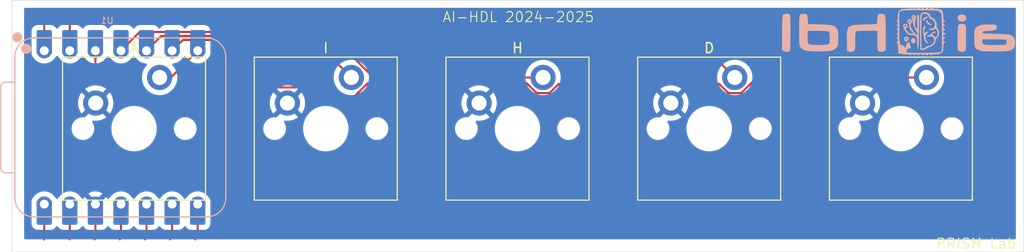
<source format=kicad_pcb>
(kicad_pcb (version 20240108) (generator "pcbnew") (generator_version "8.0")
  (layers (0 "F.Cu" signal) (31 "B.Cu" signal) (34 "B.Paste" user) (35 "F.Paste" user) (36 "B.SilkS" user "B.Silkscreen") (37 "F.SilkS" user "F.Silkscreen") (38 "B.Mask" user) (39 "F.Mask" user) (44 "Edge.Cuts" user))
  (net 0 "")
  (net 1 "Net-(U1-3V3)")
  (net 2 "Net-(U1-PA10_A2_D2)")
  (net 3 "Net-(U1-PB08_A6_D6_TX)")
  (net 4 "unconnected-(U1-PA6_A10_D10_MOSI-Pad11)")
  (net 5 "unconnected-(U1-5V-Pad14)")
  (net 6 "unconnected-(U1-PB09_A7_D7_RX-Pad8)")
  (net 7 "unconnected-(U1-PA4_A1_D1-Pad2)")
  (net 8 "unconnected-(U1-PA02_A0_D0-Pad1)")
  (net 9 "unconnected-(U1-PA5_A9_D9_MISO-Pad10)")
  (net 10 "unconnected-(U1-PA7_A8_D8_SCK-Pad9)")
  (net 11 "unconnected-(U1-GND-Pad13)")
  (net 12 "Net-(U1-PA11_A3_D3)")
  (net 13 "Net-(U1-PA8_A4_D4_SDA)")
  (net 14 "Net-(U1-PA9_A5_D5_SCL)")
  (footprint "PCM_Switch_Keyboard_Cherry_MX:SW_Cherry_MX_PCB_1.00u" (layer "F.Cu") (at 193.08 82.5)
    (property "Reference" "L")
    (property "Value" "Push_Button")
  )
  (footprint "PCM_Switch_Keyboard_Cherry_MX:SW_Cherry_MX_PCB_1.00u" (layer "F.Cu") (at 116.92 82.5)
    (property "Reference" "A")
    (property "Value" "Push_Button")
  )
  (footprint "PCM_Switch_Keyboard_Cherry_MX:SW_Cherry_MX_PCB_1.00u" (layer "F.Cu") (at 155 82.5)
    (property "Reference" "H")
    (property "Value" "Push_Button")
  )
  (footprint "PCM_Switch_Keyboard_Cherry_MX:SW_Cherry_MX_PCB_1.00u" (layer "F.Cu") (at 174.04 82.5)
    (property "Reference" "D")
    (property "Value" "Push_Button")
  )
  (footprint "PCM_Switch_Keyboard_Cherry_MX:SW_Cherry_MX_PCB_1.00u" (layer "F.Cu") (at 135.96 82.5)
    (property "Reference" "I")
    (property "Value" "Push_Button")
  )
  (footprint "Seeed Studio XIAO Series Library:XIAO-RP2040-DIP" (layer "B.Cu") (at 115.62 82.38 -90)
    (property "Reference" "U1")
    (property "Value" "Seeed Studio XIAO RP2040")
  )
  (gr_poly (pts (xy 194.031818 70.454586) (xy 194.030371 70.455206) (xy 194.028841 70.456239) (xy 194.027229 70.457686) (xy 194.025534 70.459547) (xy 194.023757 70.46182) (xy 194.021896 70.464508) (xy 194.019953 70.467608) (xy 194.015819 70.47505) (xy 194.011354 70.484145) (xy 194.006559 70.494893) (xy 194.001433 70.507296) (xy 193.995819 70.51879) (xy 193.986949 70.529468) (xy 193.974876 70.53934) (xy 193.95965 70.548416) (xy 193.941324 70.556707) (xy 193.919949 70.564223) (xy 193.895577 70.570973) (xy 193.868259 70.576969) (xy 193.838047 70.582222) (xy 193.804993 70.58674) (xy 193.769148 70.590535) (xy 193.730565 70.593616) (xy 193.645388 70.597681) (xy 193.549876 70.599018) (xy 193.486635 70.599371) (xy 193.428912 70.60052) (xy 193.376275 70.602599) (xy 193.328288 70.605743) (xy 193.284518 70.610086) (xy 193.244531 70.615761) (xy 193.22582 70.619141) (xy 193.207892 70.622905) (xy 193.190693 70.627069) (xy 193.174168 70.63165) (xy 193.158264 70.636665) (xy 193.142925 70.642132) (xy 193.128098 70.648066) (xy 193.113728 70.654484) (xy 193.099761 70.661404) (xy 193.086143 70.668842) (xy 193.072819 70.676814) (xy 193.059736 70.685338) (xy 193.046839 70.694431) (xy 193.034074 70.704109) (xy 193.021386 70.714389) (xy 193.008721 70.725288) (xy 192.983245 70.749009) (xy 192.95721 70.775407) (xy 192.931975 70.800269) (xy 192.909117 70.82481) (xy 192.888532 70.849372) (xy 192.870118 70.874295) (xy 192.853771 70.899921) (xy 192.839388 70.926592) (xy 192.826865 70.954647) (xy 192.816099 70.984428) (xy 192.806987 71.016276) (xy 192.799425 71.050532) (xy 192.79331 71.087538) (xy 192.788538 71.127634) (xy 192.785007 71.171161) (xy 192.782613 71.21846) (xy 192.781252 71.269873) (xy 192.780821 71.32574) (xy 192.780413 71.364067) (xy 192.779209 71.402166) (xy 192.77724 71.439811) (xy 192.774537 71.476773) (xy 192.771132 71.512826) (xy 192.767054 71.547742) (xy 192.762336 71.581294) (xy 192.757008 71.613254) (xy 192.751102 71.643395) (xy 192.744647 71.67149) (xy 192.737676 71.697311) (xy 192.730219 71.720631) (xy 192.722308 71.741222) (xy 192.713972 71.758858) (xy 192.705244 71.77331) (xy 192.700743 71.779271) (xy 192.696155 71.784351) (xy 192.684992 71.795767) (xy 192.675318 71.806221) (xy 192.67104 71.811097) (xy 192.667133 71.815745) (xy 192.663598 71.820168) (xy 192.660435 71.82437) (xy 192.657645 71.828355) (xy 192.655226 71.832126) (xy 192.65318 71.835689) (xy 192.651506 71.839046) (xy 192.650203 71.842201) (xy 192.649273 71.845159) (xy 192.648715 71.847923) (xy 192.648529 71.850497) (xy 192.648715 71.852885) (xy 192.649273 71.855091) (xy 192.650203 71.857119) (xy 192.651506 71.858972) (xy 192.65318 71.860655) (xy 192.655226 71.862171) (xy 192.657645 71.863524) (xy 192.660435 71.864719) (xy 192.663598 71.865758) (xy 192.667133 71.866646) (xy 192.67104 71.867387) (xy 192.675318 71.867985) (xy 192.679969 71.868443) (xy 192.684992 71.868765) (xy 192.690388 71.868955) (xy 192.696155 71.869018) (xy 192.706387 71.869768) (xy 192.715919 71.871962) (xy 192.724754 71.875512) (xy 192.732893 71.880332) (xy 192.74034 71.886335) (xy 192.747097 71.893435) (xy 192.753167 71.901546) (xy 192.758552 71.91058) (xy 192.763255 71.920451) (xy 192.767279 71.931073) (xy 192.770625 71.942359) (xy 192.773297 71.954222) (xy 192.775298 71.966577) (xy 192.776629 71.979335) (xy 192.777293 71.992412) (xy 192.777294 72.005719) (xy 192.776633 72.019172) (xy 192.775313 72.032683) (xy 192.773337 72.046165) (xy 192.770707 72.059532) (xy 192.767426 72.072697) (xy 192.763496 72.085575) (xy 192.75892 72.098078) (xy 192.753702 72.11012) (xy 192.747842 72.121614) (xy 192.741344 72.132473) (xy 192.73421 72.142612) (xy 192.726444 72.151943) (xy 192.718047 72.16038) (xy 192.709022 72.167837) (xy 192.699372 72.174226) (xy 192.689099 72.179462) (xy 192.676697 72.185839) (xy 192.665948 72.191782) (xy 192.661194 72.19461) (xy 192.656853 72.197353) (xy 192.652926 72.200018) (xy 192.649412 72.202613) (xy 192.646311 72.205147) (xy 192.643624 72.207626) (xy 192.64135 72.210059) (xy 192.63949 72.212453) (xy 192.638043 72.214816) (xy 192.63701 72.217155) (xy 192.636389 72.219479) (xy 192.636183 72.221796) (xy 192.636389 72.224112) (xy 192.63701 72.226436) (xy 192.638043 72.228776) (xy 192.63949 72.231139) (xy 192.64135 72.233533) (xy 192.643624 72.235965) (xy 192.646311 72.238445) (xy 192.649412 72.240978) (xy 192.652926 72.243574) (xy 192.656853 72.246239) (xy 192.661194 72.248981) (xy 192.665948 72.251809) (xy 192.676697 72.257752) (xy 192.689099 72.264129) (xy 192.693707 72.266277) (xy 192.698268 72.268744) (xy 192.70722 72.274588) (xy 192.715903 72.28157) (xy 192.724266 72.289595) (xy 192.732257 72.298572) (xy 192.739824 72.308406) (xy 192.746916 72.319004) (xy 192.753481 72.330275) (xy 192.759467 72.342124) (xy 192.764822 72.35446) (xy 192.769495 72.367188) (xy 192.773435 72.380215) (xy 192.776589 72.39345) (xy 192.778906 72.406798) (xy 192.780334 72.420166) (xy 192.780821 72.433463) (xy 192.780698 72.440096) (xy 192.780334 72.446759) (xy 192.779734 72.45344) (xy 192.778906 72.460128) (xy 192.777855 72.46681) (xy 192.776589 72.473476) (xy 192.775113 72.480113) (xy 192.773435 72.48671) (xy 192.77156 72.493255) (xy 192.769495 72.499738) (xy 192.764822 72.512465) (xy 192.759467 72.524801) (xy 192.753481 72.53665) (xy 192.750267 72.542363) (xy 192.746916 72.547921) (xy 192.743433 72.55331) (xy 192.739824 72.558519) (xy 192.736097 72.563538) (xy 192.732257 72.568353) (xy 192.728311 72.572955) (xy 192.724266 72.57733) (xy 192.720128 72.581467) (xy 192.715903 72.585355) (xy 192.711598 72.588982) (xy 192.70722 72.592336) (xy 192.702774 72.595407) (xy 192.698268 72.598181) (xy 192.693707 72.600648) (xy 192.689099 72.602796) (xy 192.676697 72.609173) (xy 192.665948 72.615115) (xy 192.661194 72.617943) (xy 192.656853 72.620686) (xy 192.652926 72.623351) (xy 192.649412 72.625947) (xy 192.646311 72.62848) (xy 192.643624 72.630959) (xy 192.64135 72.633392) (xy 192.63949 72.635786) (xy 192.638043 72.638149) (xy 192.63701 72.640489) (xy 192.636389 72.642813) (xy 192.636183 72.645129) (xy 192.636389 72.647445) (xy 192.63701 72.64977) (xy 192.638043 72.652109) (xy 192.63949 72.654472) (xy 192.64135 72.656866) (xy 192.643624 72.659299) (xy 192.646311 72.661778) (xy 192.649412 72.664311) (xy 192.652926 72.666907) (xy 192.656853 72.669572) (xy 192.661194 72.672315) (xy 192.665948 72.675143) (xy 192.676697 72.681086) (xy 192.689099 72.687463) (xy 192.693707 72.68961) (xy 192.698268 72.692077) (xy 192.70722 72.697922) (xy 192.715903 72.704903) (xy 192.724266 72.712929) (xy 192.732257 72.721905) (xy 192.739824 72.731739) (xy 192.746916 72.742338) (xy 192.753481 72.753608) (xy 192.759467 72.765458) (xy 192.764822 72.777793) (xy 192.769495 72.790521) (xy 192.773435 72.803548) (xy 192.776589 72.816783) (xy 192.778906 72.830131) (xy 192.780334 72.843499) (xy 192.780821 72.856796) (xy 192.780698 72.863429) (xy 192.780334 72.870092) (xy 192.779734 72.876773) (xy 192.778906 72.883461) (xy 192.777855 72.890143) (xy 192.776589 72.896809) (xy 192.775113 72.903446) (xy 192.773435 72.910043) (xy 192.77156 72.916589) (xy 192.769495 72.923071) (xy 192.764822 72.935799) (xy 192.759467 72.948134) (xy 192.753481 72.959983) (xy 192.750267 72.965697) (xy 192.746916 72.971254) (xy 192.743433 72.976643) (xy 192.739824 72.981853) (xy 192.736097 72.986871) (xy 192.732257 72.991687) (xy 192.728311 72.996288) (xy 192.724266 73.000663) (xy 192.720128 73.0048) (xy 192.715903 73.008688) (xy 192.711598 73.012315) (xy 192.70722 73.01567) (xy 192.702774 73.01874) (xy 192.698268 73.021514) (xy 192.693707 73.023981) (xy 192.689099 73.026129) (xy 192.676697 73.032506) (xy 192.665948 73.038449) (xy 192.661194 73.041277) (xy 192.656853 73.044019) (xy 192.652926 73.046685) (xy 192.649412 73.04928) (xy 192.646311 73.051814) (xy 192.643624 73.054293) (xy 192.64135 73.056725) (xy 192.63949 73.059119) (xy 192.638043 73.061482) (xy 192.63701 73.063822) (xy 192.636389 73.066146) (xy 192.636183 73.068462) (xy 192.636389 73.070779) (xy 192.63701 73.073103) (xy 192.638043 73.075443) (xy 192.63949 73.077806) (xy 192.64135 73.080199) (xy 192.643624 73.082632) (xy 192.646311 73.085111) (xy 192.649412 73.087645) (xy 192.652926 73.09024) (xy 192.656853 73.092905) (xy 192.661194 73.095648) (xy 192.665948 73.098476) (xy 192.676697 73.104419) (xy 192.689099 73.110796) (xy 192.693707 73.112944) (xy 192.698268 73.11541) (xy 192.70722 73.121255) (xy 192.715903 73.128237) (xy 192.724266 73.136262) (xy 192.732257 73.145238) (xy 192.739824 73.155072) (xy 192.746916 73.165671) (xy 192.753481 73.176942) (xy 192.759467 73.188791) (xy 192.764822 73.201126) (xy 192.769495 73.213854) (xy 192.773435 73.226882) (xy 192.776589 73.240116) (xy 192.778906 73.253464) (xy 192.780334 73.266833) (xy 192.780821 73.280129) (xy 192.780698 73.286763) (xy 192.780334 73.293426) (xy 192.779734 73.300107) (xy 192.778906 73.306794) (xy 192.777855 73.313477) (xy 192.776589 73.320142) (xy 192.775113 73.32678) (xy 192.773435 73.333377) (xy 192.77156 73.339922) (xy 192.769495 73.346404) (xy 192.764822 73.359132) (xy 192.759467 73.371467) (xy 192.753481 73.383317) (xy 192.750267 73.38903) (xy 192.746916 73.394587) (xy 192.743433 73.399976) (xy 192.739824 73.405186) (xy 192.736097 73.410204) (xy 192.732257 73.41502) (xy 192.728311 73.419621) (xy 192.724266 73.423996) (xy 192.720128 73.428134) (xy 192.715903 73.432022) (xy 192.711598 73.435649) (xy 192.70722 73.439003) (xy 192.702774 73.442073) (xy 192.698268 73.444848) (xy 192.693707 73.447314) (xy 192.689099 73.449462) (xy 192.676697 73.455839) (xy 192.665948 73.461782) (xy 192.661194 73.46461) (xy 192.656853 73.467353) (xy 192.652926 73.470018) (xy 192.649412 73.472613) (xy 192.646311 73.475147) (xy 192.643624 73.477626) (xy 192.64135 73.480059) (xy 192.63949 73.482453) (xy 192.638043 73.484816) (xy 192.63701 73.487155) (xy 192.636389 73.489479) (xy 192.636183 73.491796) (xy 192.636389 73.494112) (xy 192.63701 73.496436) (xy 192.638043 73.498776) (xy 192.63949 73.501139) (xy 192.64135 73.503533) (xy 192.643624 73.505966) (xy 192.646311 73.508445) (xy 192.649412 73.510978) (xy 192.652926 73.513574) (xy 192.656853 73.516239) (xy 192.661194 73.518981) (xy 192.665948 73.521809) (xy 192.676697 73.527752) (xy 192.689099 73.534129) (xy 192.693707 73.536277) (xy 192.698268 73.538744) (xy 192.70722 73.544588) (xy 192.715903 73.55157) (xy 192.724266 73.559595) (xy 192.732257 73.568571) (xy 192.739824 73.578405) (xy 192.746916 73.589004) (xy 192.753481 73.600275) (xy 192.759467 73.612124) (xy 192.764822 73.62446) (xy 192.769495 73.637187) (xy 192.773435 73.650215) (xy 192.776589 73.66345) (xy 192.778906 73.676798) (xy 192.780334 73.690166) (xy 192.780821 73.703463) (xy 192.780698 73.710096) (xy 192.780334 73.716759) (xy 192.779734 73.72344) (xy 192.778906 73.730128) (xy 192.777855 73.73681) (xy 192.776589 73.743476) (xy 192.775113 73.750113) (xy 192.773435 73.75671) (xy 192.77156 73.763255) (xy 192.769495 73.769738) (xy 192.764822 73.782466) (xy 192.759467 73.794801) (xy 192.753481 73.80665) (xy 192.750267 73.812364) (xy 192.746916 73.817921) (xy 192.743433 73.82331) (xy 192.739824 73.828519) (xy 192.736097 73.833538) (xy 192.732257 73.838354) (xy 192.728311 73.842955) (xy 192.724266 73.84733) (xy 192.720128 73.851467) (xy 192.715903 73.855355) (xy 192.711598 73.858982) (xy 192.70722 73.862337) (xy 192.702774 73.865407) (xy 192.698268 73.868181) (xy 192.693707 73.870648) (xy 192.689099 73.872796) (xy 192.676697 73.879173) (xy 192.665948 73.885116) (xy 192.661194 73.887944) (xy 192.656853 73.890686) (xy 192.652926 73.893352) (xy 192.649412 73.895947) (xy 192.646311 73.89848) (xy 192.643624 73.90096) (xy 192.64135 73.903392) (xy 192.63949 73.905786) (xy 192.638043 73.908149) (xy 192.63701 73.910489) (xy 192.636389 73.912813) (xy 192.636183 73.915129) (xy 192.636389 73.917446) (xy 192.63701 73.91977) (xy 192.638043 73.922109) (xy 192.63949 73.924472) (xy 192.64135 73.926866) (xy 192.643624 73.929299) (xy 192.646311 73.931778) (xy 192.649412 73.934311) (xy 192.652926 73.936907) (xy 192.656853 73.939572) (xy 192.661194 73.942315) (xy 192.665948 73.945143) (xy 192.676697 73.951086) (xy 192.689099 73.957462) (xy 192.699431 73.963069) (xy 192.709246 73.971891) (xy 192.718523 73.983833) (xy 192.727243 73.998804) (xy 192.735384 74.01671) (xy 192.742925 74.037458) (xy 192.749846 74.060955) (xy 192.756126 74.087108) (xy 192.761745 74.115825) (xy 192.766682 74.147012) (xy 192.770916 74.180575) (xy 192.774427 74.216423) (xy 192.777193 74.254462) (xy 192.779195 74.294599) (xy 192.780411 74.336742) (xy 192.780821 74.380796) (xy 192.781174 74.437828) (xy 192.782323 74.490116) (xy 192.784402 74.538042) (xy 192.787546 74.581989) (xy 192.791889 74.62234) (xy 192.797564 74.659477) (xy 192.800944 74.676959) (xy 192.804708 74.693781) (xy 192.808872 74.709991) (xy 192.813453 74.725636) (xy 192.818469 74.740765) (xy 192.823935 74.755424) (xy 192.829869 74.769663) (xy 192.836287 74.783528) (xy 192.843207 74.797067) (xy 192.850645 74.810329) (xy 192.858618 74.82336) (xy 192.867142 74.83621) (xy 192.876235 74.848925) (xy 192.885912 74.861554) (xy 192.907091 74.886743) (xy 192.930812 74.912159) (xy 192.95721 74.938185) (xy 192.983247 74.964583) (xy 193.008735 74.988304) (xy 193.03412 75.009483) (xy 193.059847 75.028253) (xy 193.086358 75.04475) (xy 193.1141 75.059108) (xy 193.143516 75.07146) (xy 193.17505 75.081942) (xy 193.209148 75.090687) (xy 193.246254 75.097831) (xy 193.286811 75.103506) (xy 193.331265 75.107849) (xy 193.380059 75.110993) (xy 193.433639 75.113072) (xy 193.556933 75.114574) (xy 193.60936 75.114905) (xy 193.658191 75.115897) (xy 193.703466 75.11755) (xy 193.745227 75.119865) (xy 193.783516 75.122842) (xy 193.818374 75.12648) (xy 193.849841 75.13078) (xy 193.864316 75.133177) (xy 193.87796 75.13574) (xy 193.890777 75.138469) (xy 193.902771 75.141363) (xy 193.91395 75.144422) (xy 193.924317 75.147647) (xy 193.933878 75.151037) (xy 193.942638 75.154592) (xy 193.950602 75.158313) (xy 193.957776 75.162199) (xy 193.964164 75.16625) (xy 193.969772 75.170467) (xy 193.974604 75.174849) (xy 193.978667 75.179397) (xy 193.981965 75.184109) (xy 193.984503 75.188988) (xy 193.986286 75.194031) (xy 193.987321 75.19924) (xy 193.987486 75.211643) (xy 193.987982 75.222391) (xy 193.988809 75.231486) (xy 193.989346 75.235414) (xy 193.989967 75.238928) (xy 193.990669 75.242028) (xy 193.991455 75.244715) (xy 193.992323 75.246989) (xy 193.993274 75.24885) (xy 193.994308 75.250297) (xy 193.995424 75.25133) (xy 193.996623 75.25195) (xy 193.997904 75.252157) (xy 193.999269 75.25195) (xy 194.000716 75.25133) (xy 194.002245 75.250297) (xy 194.003858 75.24885) (xy 194.005553 75.246989) (xy 194.00733 75.244715) (xy 194.009191 75.242028) (xy 194.011134 75.238928) (xy 194.015268 75.231486) (xy 194.019733 75.222391) (xy 194.024528 75.211643) (xy 194.029655 75.19924) (xy 194.034452 75.188988) (xy 194.040832 75.179397) (xy 194.048682 75.170467) (xy 194.057891 75.162199) (xy 194.068344 75.154592) (xy 194.079931 75.147647) (xy 194.092538 75.141363) (xy 194.106053 75.13574) (xy 194.120364 75.130779) (xy 194.135359 75.12648) (xy 194.150924 75.122842) (xy 194.166949 75.119865) (xy 194.183319 75.11755) (xy 194.199923 75.115897) (xy 194.233384 75.114574) (xy 194.266431 75.115897) (xy 194.282518 75.11755) (xy 194.298165 75.119865) (xy 194.313259 75.122842) (xy 194.327688 75.12648) (xy 194.341339 75.130779) (xy 194.3541 75.13574) (xy 194.365858 75.141363) (xy 194.376502 75.147647) (xy 194.385918 75.154592) (xy 194.393994 75.162199) (xy 194.400618 75.170467) (xy 194.405678 75.179397) (xy 194.409061 75.188988) (xy 194.410654 75.19924) (xy 194.41082 75.211643) (xy 194.411316 75.222391) (xy 194.412143 75.231486) (xy 194.41268 75.235414) (xy 194.4133 75.238928) (xy 194.414003 75.242028) (xy 194.414789 75.244715) (xy 194.415657 75.246989) (xy 194.416608 75.24885) (xy 194.417641 75.250297) (xy 194.418757 75.25133) (xy 194.419956 75.25195) (xy 194.421238 75.252157) (xy 194.422602 75.25195) (xy 194.424049 75.25133) (xy 194.425579 75.250297) (xy 194.427191 75.24885) (xy 194.428886 75.246989) (xy 194.430664 75.244715) (xy 194.432524 75.242028) (xy 194.434467 75.238928) (xy 194.438601 75.231486) (xy 194.443066 75.222391) (xy 194.447861 75.211643) (xy 194.452988 75.19924) (xy 194.457523 75.188988) (xy 194.463146 75.179397) (xy 194.469783 75.170467) (xy 194.477365 75.162199) (xy 194.485821 75.154592) (xy 194.495078 75.147647) (xy 194.505067 75.141363) (xy 194.515716 75.13574) (xy 194.526954 75.130779) (xy 194.538711 75.12648) (xy 194.550914 75.122842) (xy 194.563493 75.119865) (xy 194.576377 75.11755) (xy 194.589495 75.115897) (xy 194.602775 75.114904) (xy 194.616148 75.114574) (xy 194.629541 75.114904) (xy 194.642883 75.115897) (xy 194.656105 75.11755) (xy 194.669133 75.119865) (xy 194.681898 75.122842) (xy 194.694329 75.12648) (xy 194.706354 75.130779) (xy 194.717902 75.13574) (xy 194.728902 75.141363) (xy 194.739284 75.147647) (xy 194.748975 75.154592) (xy 194.757906 75.162199) (xy 194.766005 75.170467) (xy 194.7732 75.179397) (xy 194.779422 75.188988) (xy 194.784598 75.19924) (xy 194.790975 75.211643) (xy 194.796918 75.222391) (xy 194.799746 75.227145) (xy 194.802489 75.231486) (xy 194.805154 75.235414) (xy 194.80775 75.238928) (xy 194.810283 75.242028) (xy 194.812762 75.244715) (xy 194.815195 75.246989) (xy 194.817589 75.24885) (xy 194.819952 75.250297) (xy 194.822291 75.25133) (xy 194.824616 75.25195) (xy 194.826932 75.252157) (xy 194.829248 75.25195) (xy 194.831572 75.25133) (xy 194.833912 75.250297) (xy 194.836275 75.24885) (xy 194.838669 75.246989) (xy 194.841101 75.244715) (xy 194.843581 75.242028) (xy 194.846114 75.238928) (xy 194.848709 75.235414) (xy 194.851375 75.231486) (xy 194.854117 75.227145) (xy 194.856945 75.222391) (xy 194.862888 75.211643) (xy 194.869265 75.19924) (xy 194.874442 75.188988) (xy 194.880665 75.179397) (xy 194.887865 75.170467) (xy 194.895972 75.162199) (xy 194.904915 75.154592) (xy 194.914627 75.147647) (xy 194.925036 75.141363) (xy 194.936073 75.13574) (xy 194.947668 75.130779) (xy 194.959751 75.12648) (xy 194.972253 75.122842) (xy 194.985103 75.119865) (xy 194.998233 75.11755) (xy 195.011572 75.115897) (xy 195.025051 75.114904) (xy 195.038599 75.114574) (xy 195.052147 75.114904) (xy 195.065626 75.115897) (xy 195.078965 75.11755) (xy 195.092094 75.119865) (xy 195.104945 75.122842) (xy 195.117447 75.12648) (xy 195.12953 75.130779) (xy 195.141125 75.13574) (xy 195.152162 75.141363) (xy 195.162571 75.147647) (xy 195.172282 75.154592) (xy 195.181226 75.162199) (xy 195.189333 75.170467) (xy 195.196532 75.179397) (xy 195.202755 75.188988) (xy 195.207932 75.19924) (xy 195.214309 75.211643) (xy 195.220252 75.222391) (xy 195.22308 75.227145) (xy 195.225822 75.231486) (xy 195.228488 75.235414) (xy 195.231083 75.238928) (xy 195.233616 75.242028) (xy 195.236096 75.244715) (xy 195.238528 75.246989) (xy 195.240922 75.24885) (xy 195.243285 75.250297) (xy 195.245625 75.25133) (xy 195.247949 75.25195) (xy 195.250265 75.252157) (xy 195.252581 75.25195) (xy 195.254906 75.25133) (xy 195.257245 75.250297) (xy 195.259608 75.24885) (xy 195.262002 75.246989) (xy 195.264435 75.244715) (xy 195.266914 75.242028) (xy 195.269447 75.238928) (xy 195.272043 75.235414) (xy 195.274708 75.231486) (xy 195.277451 75.227145) (xy 195.280279 75.222391) (xy 195.286222 75.211643) (xy 195.292599 75.19924) (xy 195.297213 75.191313) (xy 195.303058 75.183448) (xy 195.31004 75.175707) (xy 195.318065 75.168152) (xy 195.327041 75.160845) (xy 195.336875 75.153848) (xy 195.347474 75.147223) (xy 195.358745 75.141032) (xy 195.370594 75.135337) (xy 195.38293 75.130201) (xy 195.395657 75.125684) (xy 195.408685 75.12185) (xy 195.421919 75.11876) (xy 195.435267 75.116475) (xy 195.448636 75.11506) (xy 195.461932 75.114574) (xy 195.468566 75.114697) (xy 195.475229 75.11506) (xy 195.48191 75.115655) (xy 195.488597 75.116475) (xy 195.49528 75.117513) (xy 195.501945 75.11876) (xy 195.508583 75.120208) (xy 195.51518 75.12185) (xy 195.528207 75.125684) (xy 195.540935 75.130201) (xy 195.55327 75.135337) (xy 195.56512 75.141032) (xy 195.57639 75.147223) (xy 195.586989 75.153848) (xy 195.596823 75.160845) (xy 195.605799 75.168152) (xy 195.609936 75.171902) (xy 195.613824 75.175707) (xy 195.617451 75.179558) (xy 195.620806 75.183448) (xy 195.623876 75.187369) (xy 195.62665 75.191313) (xy 195.629117 75.195273) (xy 195.631265 75.19924) (xy 195.637642 75.212883) (xy 195.643585 75.224707) (xy 195.649155 75.234711) (xy 195.651821 75.239031) (xy 195.654416 75.242897) (xy 195.65695 75.246307) (xy 195.659429 75.249263) (xy 195.661861 75.251764) (xy 195.664255 75.253811) (xy 195.666618 75.255402) (xy 195.668958 75.256539) (xy 195.671282 75.257222) (xy 195.673598 75.257449) (xy 195.675915 75.257222) (xy 195.678239 75.256539) (xy 195.680579 75.255402) (xy 195.682941 75.253811) (xy 195.685335 75.251764) (xy 195.687768 75.249263) (xy 195.690247 75.246307) (xy 195.692781 75.242897) (xy 195.695376 75.239031) (xy 195.698041 75.234711) (xy 195.703612 75.224707) (xy 195.709555 75.212883) (xy 195.715932 75.19924) (xy 195.720546 75.191313) (xy 195.726391 75.183448) (xy 195.733373 75.175707) (xy 195.741398 75.168152) (xy 195.750374 75.160845) (xy 195.760208 75.153848) (xy 195.770807 75.147223) (xy 195.782078 75.141032) (xy 195.793927 75.135337) (xy 195.806263 75.130201) (xy 195.818991 75.125684) (xy 195.832018 75.12185) (xy 195.845253 75.11876) (xy 195.858601 75.116475) (xy 195.87197 75.11506) (xy 195.885266 75.114574) (xy 195.891899 75.114697) (xy 195.898562 75.11506) (xy 195.905243 75.115655) (xy 195.911931 75.116475) (xy 195.918613 75.117513) (xy 195.925279 75.11876) (xy 195.931916 75.120208) (xy 195.938513 75.12185) (xy 195.951541 75.125684) (xy 195.964269 75.130201) (xy 195.976604 75.135337) (xy 195.988453 75.141032) (xy 195.999724 75.147223) (xy 196.010322 75.153848) (xy 196.020156 75.160845) (xy 196.029133 75.168152) (xy 196.03327 75.171902) (xy 196.037158 75.175707) (xy 196.040785 75.179558) (xy 196.04414 75.183448) (xy 196.04721 75.187369) (xy 196.049984 75.191313) (xy 196.052451 75.195273) (xy 196.054599 75.19924) (xy 196.060976 75.211643) (xy 196.066918 75.222391) (xy 196.069746 75.227145) (xy 196.072489 75.231486) (xy 196.075154 75.235414) (xy 196.07775 75.238928) (xy 196.080283 75.242028) (xy 196.082762 75.244715) (xy 196.085195 75.246989) (xy 196.087589 75.24885) (xy 196.089952 75.250297) (xy 196.092291 75.25133) (xy 196.094615 75.25195) (xy 196.096932 75.252157) (xy 196.099248 75.25195) (xy 196.101572 75.25133) (xy 196.103912 75.250297) (xy 196.106275 75.24885) (xy 196.108669 75.246989) (xy 196.111101 75.244715) (xy 196.113581 75.242028) (xy 196.116114 75.238928) (xy 196.11871 75.235414) (xy 196.121375 75.231486) (xy 196.124118 75.227145) (xy 196.126946 75.222391) (xy 196.132888 75.211643) (xy 196.139265 75.19924) (xy 196.144869 75.19015) (xy 196.153666 75.181422) (xy 196.165543 75.173087) (xy 196.180386 75.165175) (xy 196.198082 75.157718) (xy 196.218517 75.150747) (xy 196.241576 75.144293) (xy 196.267148 75.138386) (xy 196.295117 75.133058) (xy 196.32537 75.12834) (xy 196.357793 75.124263) (xy 196.392274 75.120858) (xy 196.428697 75.118155) (xy 196.466949 75.116186) (xy 196.506918 75.114982) (xy 196.548488 75.114574) (xy 196.648742 75.112546) (xy 196.740655 75.106292) (xy 196.783565 75.101499) (xy 196.824486 75.095552) (xy 196.863452 75.088419) (xy 196.900494 75.080068) (xy 196.935644 75.070466) (xy 196.968936 75.059581) (xy 197.000401 75.047382) (xy 197.030071 75.033834) (xy 197.057979 75.018907) (xy 197.084157 75.002568) (xy 197.108638 74.984785) (xy 197.131453 74.965525) (xy 197.152636 74.944756) (xy 197.172217 74.922446) (xy 197.190231 74.898562) (xy 197.206708 74.873072) (xy 197.221681 74.845945) (xy 197.235183 74.817147) (xy 197.247246 74.786646) (xy 197.257902 74.75441) (xy 197.267183 74.720406) (xy 197.275122 74.684603) (xy 197.281751 74.646969) (xy 197.287103 74.60747) (xy 197.294101 74.52275) (xy 197.296377 74.430185) (xy 197.296794 74.377821) (xy 197.298058 74.329106) (xy 197.30019 74.283884) (xy 197.303212 74.242) (xy 197.307143 74.203299) (xy 197.312004 74.167627) (xy 197.317815 74.134828) (xy 197.324599 74.104747) (xy 197.328361 74.090678) (xy 197.332374 74.077229) (xy 197.336641 74.064383) (xy 197.341163 74.05212) (xy 197.345943 74.04042) (xy 197.350985 74.029263) (xy 197.35629 74.018632) (xy 197.361861 74.008505) (xy 197.367701 73.998864) (xy 197.373812 73.98969) (xy 197.380197 73.980962) (xy 197.386859 73.972662) (xy 197.393799 73.964771) (xy 197.401022 73.957268) (xy 197.408528 73.950135) (xy 197.416321 73.943351) (xy 197.455678 73.913062) (xy 197.47114 73.90078) (xy 197.48379 73.890214) (xy 197.49363 73.881219) (xy 197.497495 73.877265) (xy 197.500658 73.87365) (xy 197.503117 73.870355) (xy 197.504874 73.867363) (xy 197.505929 73.864655) (xy 197.50628 73.862212) (xy 197.505929 73.860018) (xy 197.504874 73.858054) (xy 197.503117 73.856302) (xy 197.500658 73.854743) (xy 197.497495 73.853361) (xy 197.49363 73.852136) (xy 197.489061 73.85105) (xy 197.48379 73.850086) (xy 197.47114 73.848449) (xy 197.455678 73.847082) (xy 197.416321 73.844574) (xy 197.41039 73.84443) (xy 197.40451 73.844004) (xy 197.398689 73.843301) (xy 197.392936 73.842328) (xy 197.387261 73.841091) (xy 197.381672 73.839597) (xy 197.376179 73.837853) (xy 197.370791 73.835865) (xy 197.365516 73.833638) (xy 197.360364 73.831181) (xy 197.355344 73.828499) (xy 197.350465 73.825598) (xy 197.345735 73.822486) (xy 197.341165 73.819168) (xy 197.336762 73.815651) (xy 197.332537 73.811942) (xy 197.328497 73.808046) (xy 197.324652 73.803972) (xy 197.321012 73.799724) (xy 197.317585 73.795309) (xy 197.31438 73.790734) (xy 197.311406 73.786005) (xy 197.308672 73.78113) (xy 197.306188 73.776113) (xy 197.303963 73.770962) (xy 197.302004 73.765683) (xy 197.300322 73.760282) (xy 197.298926 73.754767) (xy 197.297824 73.749143) (xy 197.297026 73.743417) (xy 197.296541 73.737596) (xy 197.296377 73.731685) (xy 197.296541 73.725631) (xy 197.297026 73.719386) (xy 197.298926 73.706384) (xy 197.302004 73.692804) (xy 197.306188 73.678768) (xy 197.311406 73.664402) (xy 197.317585 73.649829) (xy 197.324652 73.635174) (xy 197.332537 73.62056) (xy 197.341165 73.606111) (xy 197.350465 73.591952) (xy 197.360364 73.578206) (xy 197.370791 73.564997) (xy 197.370994 73.564763) (xy 197.15703 73.564763) (xy 197.157002 73.805419) (xy 197.156148 74.013797) (xy 197.155359 74.106654) (xy 197.154301 74.192368) (xy 197.152954 74.271248) (xy 197.151297 74.343603) (xy 197.149309 74.409741) (xy 197.14697 74.469971) (xy 197.144259 74.524601) (xy 197.141155 74.573942) (xy 197.137637 74.618301) (xy 197.133686 74.657987) (xy 197.129279 74.693309) (xy 197.124398 74.724575) (xy 197.121772 74.738784) (xy 197.11902 74.752095) (xy 197.116139 74.764547) (xy 197.113125 74.776178) (xy 197.109978 74.787026) (xy 197.106693 74.797131) (xy 197.103269 74.806531) (xy 197.099703 74.815264) (xy 197.095993 74.823369) (xy 197.092134 74.830886) (xy 197.088127 74.837851) (xy 197.083966 74.844304) (xy 197.079651 74.850284) (xy 197.075178 74.855829) (xy 197.070545 74.860978) (xy 197.065749 74.865769) (xy 197.060787 74.870241) (xy 197.055658 74.874432) (xy 197.044885 74.882128) (xy 197.033409 74.889165) (xy 197.02121 74.895852) (xy 196.998288 74.904862) (xy 196.961528 74.913366) (xy 196.848019 74.928814) (xy 196.683743 74.942112) (xy 196.471759 74.953178) (xy 196.215127 74.961928) (xy 195.916905 74.968281) (xy 195.207932 74.973462) (xy 194.729657 74.972691) (xy 194.528764 74.971602) (xy 194.351674 74.969935) (xy 194.197115 74.967606) (xy 194.063816 74.964533) (xy 193.950505 74.960633) (xy 193.855911 74.955824) (xy 193.815236 74.953052) (xy 193.778764 74.950022) (xy 193.746335 74.946724) (xy 193.717791 74.943146) (xy 193.692972 74.939279) (xy 193.671721 74.935112) (xy 193.653878 74.930635) (xy 193.639284 74.925838) (xy 193.62778 74.92071) (xy 193.619207 74.915241) (xy 193.615971 74.912375) (xy 193.613407 74.90942) (xy 193.611497 74.906375) (xy 193.610221 74.903238) (xy 193.609558 74.900008) (xy 193.609489 74.896683) (xy 193.609994 74.893264) (xy 193.611053 74.889747) (xy 193.614754 74.882417) (xy 193.620432 74.874685) (xy 193.628199 74.863786) (xy 193.635604 74.852319) (xy 193.642617 74.840377) (xy 193.649206 74.828052) (xy 193.655339 74.815438) (xy 193.660988 74.802627) (xy 193.666119 74.789713) (xy 193.670703 74.776789) (xy 193.674708 74.763947) (xy 193.678103 74.751281) (xy 193.680857 74.738884) (xy 193.68294 74.726849) (xy 193.68432 74.715268) (xy 193.684966 74.704235) (xy 193.684847 74.693843) (xy 193.683932 74.684185) (xy 193.682857 74.678294) (xy 193.682272 74.672528) (xy 193.682173 74.666889) (xy 193.682554 74.661378) (xy 193.683411 74.655996) (xy 193.684738 74.650745) (xy 193.68653 74.645625) (xy 193.688783 74.640639) (xy 193.69149 74.635787) (xy 193.694646 74.63107) (xy 193.698247 74.626491) (xy 193.702287 74.622049) (xy 193.711665 74.613586) (xy 193.722737 74.605692) (xy 193.735464 74.598376) (xy 193.749802 74.59165) (xy 193.765712 74.585522) (xy 193.783151 74.580005) (xy 193.802078 74.575108) (xy 193.822452 74.570841) (xy 193.844232 74.567215) (xy 193.867377 74.56424) (xy 193.90098 74.56022) (xy 193.930491 74.555889) (xy 193.956115 74.550939) (xy 193.978061 74.545058) (xy 193.987718 74.541672) (xy 193.996533 74.537937) (xy 194.004532 74.533814) (xy 194.01174 74.529266) (xy 194.018183 74.524252) (xy 194.023887 74.518734) (xy 194.028878 74.512674) (xy 194.033182 74.506032) (xy 194.036824 74.49877) (xy 194.039831 74.490849) (xy 194.042228 74.482231) (xy 194.044041 74.472876) (xy 194.045296 74.462746) (xy 194.046019 74.451803) (xy 194.04597 74.427318) (xy 194.044103 74.399113) (xy 194.040624 74.366878) (xy 194.035739 74.330301) (xy 194.029655 74.289074) (xy 194.018451 74.236364) (xy 194.006173 74.184894) (xy 193.999708 74.160012) (xy 193.993068 74.135905) (xy 193.986283 74.112728) (xy 193.979384 74.090636) (xy 193.972402 74.069785) (xy 193.965369 74.050329) (xy 193.958315 74.032423) (xy 193.951272 74.016222) (xy 193.944269 74.001882) (xy 193.93734 73.989557) (xy 193.930513 73.979403) (xy 193.927148 73.975188) (xy 193.923821 73.971574) (xy 193.913058 73.96173) (xy 193.901957 73.953347) (xy 193.890554 73.946399) (xy 193.878883 73.940857) (xy 193.86698 73.936695) (xy 193.854879 73.933886) (xy 193.842616 73.932402) (xy 193.830225 73.932217) (xy 193.81774 73.933303) (xy 193.805198 73.935633) (xy 193.792632 73.93918) (xy 193.780078 73.943916) (xy 193.76757 73.949816) (xy 193.755144 73.956851) (xy 193.742834 73.964994) (xy 193.730675 73.974219) (xy 193.718702 73.984498) (xy 193.70695 73.995805) (xy 193.695454 74.008111) (xy 193.684249 74.02139) (xy 193.673369 74.035614) (xy 193.662849 74.050757) (xy 193.652725 74.066792) (xy 193.643032 74.083691) (xy 193.633803 74.101427) (xy 193.625074 74.119973) (xy 193.61688 74.139302) (xy 193.609256 74.159386) (xy 193.602236 74.1802) (xy 193.595856 74.201714) (xy 193.59015 74.223904) (xy 193.585154 74.24674) (xy 193.535766 74.500741) (xy 193.408765 74.331407) (xy 193.395633 74.314716) (xy 193.382748 74.299078) (xy 193.370194 74.284557) (xy 193.358053 74.271214) (xy 193.346409 74.259112) (xy 193.340799 74.253545) (xy 193.335343 74.248311) (xy 193.330053 74.243419) (xy 193.324939 74.238875) (xy 193.320011 74.234688) (xy 193.315279 74.230865) (xy 193.310754 74.227415) (xy 193.306446 74.224344) (xy 193.302365 74.221661) (xy 193.298522 74.219373) (xy 193.294927 74.217488) (xy 193.291591 74.216014) (xy 193.288523 74.214958) (xy 193.285734 74.214329) (xy 193.283235 74.214134) (xy 193.281035 74.214381) (xy 193.280051 74.214672) (xy 193.279146 74.215077) (xy 193.27832 74.215596) (xy 193.277576 74.216231) (xy 193.276915 74.216981) (xy 193.276338 74.217849) (xy 193.27544 74.219941) (xy 193.274894 74.222513) (xy 193.27471 74.225574) (xy 193.274567 74.228737) (xy 193.274142 74.231613) (xy 193.273443 74.234205) (xy 193.272478 74.236515) (xy 193.271254 74.238547) (xy 193.26978 74.240302) (xy 193.268063 74.241782) (xy 193.266111 74.242992) (xy 193.263932 74.243933) (xy 193.261533 74.244608) (xy 193.258922 74.245019) (xy 193.256107 74.245169) (xy 193.253095 74.245061) (xy 193.249895 74.244697) (xy 193.24296 74.243212) (xy 193.235364 74.240735) (xy 193.227168 74.237287) (xy 193.218435 74.232888) (xy 193.209226 74.227558) (xy 193.199604 74.221319) (xy 193.18963 74.214191) (xy 193.179367 74.206195) (xy 193.168877 74.197352) (xy 193.158059 74.189669) (xy 193.146828 74.182524) (xy 193.135266 74.175958) (xy 193.123456 74.170011) (xy 193.111481 74.164727) (xy 193.099423 74.160145) (xy 193.087365 74.156307) (xy 193.07539 74.153254) (xy 193.06358 74.151029) (xy 193.052019 74.149671) (xy 193.040788 74.149223) (xy 193.035322 74.149354) (xy 193.02997 74.149726) (xy 193.024742 74.150347) (xy 193.019649 74.151222) (xy 193.0147 74.152354) (xy 193.009906 74.15375) (xy 193.005278 74.155415) (xy 193.000825 74.157354) (xy 192.996558 74.159572) (xy 192.992488 74.162074) (xy 192.983557 74.161145) (xy 192.975276 74.147701) (xy 192.967637 74.121627) (xy 192.960628 74.082809) (xy 192.94846 73.966489) (xy 192.938689 73.797831) (xy 192.931234 73.575925) (xy 192.926011 73.299863) (xy 192.921932 72.581629) (xy 192.921932 70.951796) (xy 193.091265 70.838907) (xy 193.156708 70.808053) (xy 193.245716 70.783896) (xy 193.37193 70.765857) (xy 193.548995 70.753358) (xy 193.790551 70.745821) (xy 194.110242 70.742665) (xy 195.038599 70.747185) (xy 195.601363 70.754736) (xy 195.832132 70.758533) (xy 196.03233 70.762619) (xy 196.204333 70.767201) (xy 196.280505 70.769742) (xy 196.350519 70.772486) (xy 196.414673 70.775456) (xy 196.473265 70.77868) (xy 196.52659 70.782183) (xy 196.574946 70.78599) (xy 196.618632 70.790129) (xy 196.657942 70.794624) (xy 196.693176 70.799501) (xy 196.724629 70.804787) (xy 196.752599 70.810507) (xy 196.777384 70.816686) (xy 196.799279 70.823352) (xy 196.818584 70.830529) (xy 196.835593 70.838243) (xy 196.850606 70.846521) (xy 196.863918 70.855388) (xy 196.875827 70.864869) (xy 196.886631 70.874992) (xy 196.896625 70.885781) (xy 196.906108 70.897263) (xy 196.915377 70.909463) (xy 196.925788 70.923512) (xy 196.935827 70.936527) (xy 196.940694 70.942635) (xy 196.945453 70.948468) (xy 196.950098 70.954022) (xy 196.954624 70.959292) (xy 196.959025 70.964273) (xy 196.963298 70.968959) (xy 196.967437 70.973346) (xy 196.971436 70.977427) (xy 196.97529 70.981199) (xy 196.978994 70.984655) (xy 196.982543 70.987791) (xy 196.985933 70.990601) (xy 196.989156 70.993081) (xy 196.992209 70.995225) (xy 196.995087 70.997027) (xy 196.997784 70.998484) (xy 197.000294 70.999589) (xy 197.002614 71.000337) (xy 197.004737 71.000724) (xy 197.005723 71.00078) (xy 197.006658 71.000744) (xy 197.007542 71.000615) (xy 197.008373 71.000392) (xy 197.009151 71.000074) (xy 197.009876 70.999662) (xy 197.010546 70.999154) (xy 197.011162 70.99855) (xy 197.011722 70.997849) (xy 197.012225 70.997051) (xy 197.012672 70.996154) (xy 197.013062 70.995158) (xy 197.013666 70.992868) (xy 197.014032 70.990175) (xy 197.014155 70.987074) (xy 197.014237 70.98329) (xy 197.014482 70.979873) (xy 197.014887 70.976818) (xy 197.01545 70.97412) (xy 197.016168 70.971773) (xy 197.017038 70.969772) (xy 197.018058 70.968113) (xy 197.019226 70.966789) (xy 197.020538 70.965796) (xy 197.021992 70.965128) (xy 197.023586 70.964781) (xy 197.025317 70.964749) (xy 197.027182 70.965028) (xy 197.029179 70.965611) (xy 197.031305 70.966493) (xy 197.033557 70.967671) (xy 197.035934 70.969138) (xy 197.038432 70.970889) (xy 197.043782 70.975222) (xy 197.049587 70.980631) (xy 197.055826 70.987074) (xy 197.062479 70.994508) (xy 197.069524 71.002894) (xy 197.076941 71.012188) (xy 197.08471 71.022351) (xy 197.091238 71.042362) (xy 197.097581 71.080573) (xy 197.109625 71.20767) (xy 197.130571 71.637067) (xy 197.146226 72.247703) (xy 197.155266 72.97674) (xy 197.156396 73.28936) (xy 197.15703 73.564763) (xy 197.370994 73.564763) (xy 197.381672 73.55245) (xy 197.392936 73.540689) (xy 197.40451 73.529837) (xy 197.416321 73.520018) (xy 197.455678 73.489729) (xy 197.47114 73.477447) (xy 197.48379 73.466881) (xy 197.49363 73.457886) (xy 197.497495 73.453932) (xy 197.500658 73.450317) (xy 197.503117 73.447022) (xy 197.504874 73.444029) (xy 197.505929 73.441321) (xy 197.50628 73.438879) (xy 197.505929 73.436685) (xy 197.504874 73.434721) (xy 197.503117 73.432969) (xy 197.500658 73.43141) (xy 197.497495 73.430027) (xy 197.49363 73.428802) (xy 197.489061 73.427717) (xy 197.48379 73.426752) (xy 197.47114 73.425116) (xy 197.455678 73.423748) (xy 197.416321 73.42124) (xy 197.402804 73.420431) (xy 197.390041 73.418071) (xy 197.378039 73.414264) (xy 197.366809 73.409114) (xy 197.356358 73.402723) (xy 197.346698 73.395195) (xy 197.337835 73.386634) (xy 197.329781 73.377143) (xy 197.322542 73.366825) (xy 197.316129 73.355784) (xy 197.310551 73.344122) (xy 197.305816 73.331943) (xy 197.301935 73.319352) (xy 197.298914 73.30645) (xy 197.296765 73.293341) (xy 197.295495 73.280129) (xy 197.295114 73.266917) (xy 197.295631 73.253809) (xy 197.297055 73.240907) (xy 197.299395 73.228315) (xy 197.30266 73.216136) (xy 197.306859 73.204475) (xy 197.312001 73.193433) (xy 197.318095 73.183115) (xy 197.32515 73.173624) (xy 197.333176 73.165063) (xy 197.34218 73.157535) (xy 197.352174 73.151145) (xy 197.363164 73.145994) (xy 197.375161 73.142187) (xy 197.388173 73.139828) (xy 197.40221 73.139018) (xy 197.40748 73.138916) (xy 197.4127 73.138613) (xy 197.417864 73.138117) (xy 197.422963 73.137433) (xy 197.42799 73.136569) (xy 197.432937 73.13553) (xy 197.437796 73.134323) (xy 197.442559 73.132955) (xy 197.447219 73.131431) (xy 197.451768 73.129759) (xy 197.456198 73.127945) (xy 197.460501 73.125996) (xy 197.46467 73.123917) (xy 197.468697 73.121715) (xy 197.472574 73.119397) (xy 197.476294 73.116969) (xy 197.479848 73.114438) (xy 197.483229 73.11181) (xy 197.486429 73.109092) (xy 197.48944 73.10629) (xy 197.492255 73.10341) (xy 197.494866 73.100459) (xy 197.497265 73.097443) (xy 197.499445 73.09437) (xy 197.501397 73.091244) (xy 197.503114 73.088074) (xy 197.504588 73.084864) (xy 197.505811 73.081623) (xy 197.506776 73.078355) (xy 197.507475 73.075068) (xy 197.5079 73.071769) (xy 197.508044 73.068462) (xy 197.5079 73.064535) (xy 197.507475 73.060694) (xy 197.506776 73.05694) (xy 197.505811 73.053276) (xy 197.504588 73.049706) (xy 197.503114 73.046231) (xy 197.501397 73.042855) (xy 197.499445 73.039579) (xy 197.497265 73.036406) (xy 197.494866 73.03334) (xy 197.492255 73.030382) (xy 197.48944 73.027535) (xy 197.483229 73.022184) (xy 197.476294 73.01731) (xy 197.468697 73.012931) (xy 197.460501 73.009069) (xy 197.451768 73.005745) (xy 197.442559 73.002978) (xy 197.432937 73.000791) (xy 197.422963 72.999202) (xy 197.4127 72.998234) (xy 197.40221 72.997907) (xy 197.388173 72.997097) (xy 197.375161 72.994738) (xy 197.363164 72.990931) (xy 197.352174 72.98578) (xy 197.34218 72.97939) (xy 197.333176 72.971862) (xy 197.32515 72.963301) (xy 197.318095 72.95381) (xy 197.312001 72.943492) (xy 197.306859 72.93245) (xy 197.30266 72.920789) (xy 197.299395 72.90861) (xy 197.297055 72.896018) (xy 197.295631 72.883116) (xy 197.295114 72.870008) (xy 197.295495 72.856796) (xy 197.296765 72.843584) (xy 197.298914 72.830475) (xy 197.301935 72.817574) (xy 197.305816 72.804982) (xy 197.310551 72.792803) (xy 197.316129 72.781142) (xy 197.322542 72.7701) (xy 197.329781 72.759782) (xy 197.337835 72.750291) (xy 197.346698 72.74173) (xy 197.356358 72.734202) (xy 197.366809 72.727812) (xy 197.378039 72.722661) (xy 197.390041 72.718854) (xy 197.402804 72.716494) (xy 197.416321 72.715685) (xy 197.455678 72.713177) (xy 197.47114 72.711809) (xy 197.48379 72.710173) (xy 197.489061 72.709208) (xy 197.49363 72.708123) (xy 197.497495 72.706898) (xy 197.500658 72.705515) (xy 197.503117 72.703956) (xy 197.504874 72.702204) (xy 197.505929 72.70024) (xy 197.50628 72.698046) (xy 197.505929 72.695604) (xy 197.504874 72.692895) (xy 197.503117 72.689903) (xy 197.500658 72.686608) (xy 197.497495 72.682993) (xy 197.49363 72.679039) (xy 197.48379 72.670044) (xy 197.47114 72.659478) (xy 197.455678 72.647196) (xy 197.416321 72.616907) (xy 197.40451 72.607088) (xy 197.392936 72.596236) (xy 197.381672 72.584475) (xy 197.370791 72.571928) (xy 197.360364 72.558719) (xy 197.350465 72.544973) (xy 197.341165 72.530814) (xy 197.332537 72.516365) (xy 197.324652 72.501751) (xy 197.317585 72.487096) (xy 197.311406 72.472523) (xy 197.306188 72.458157) (xy 197.302004 72.444122) (xy 197.298926 72.430541) (xy 197.297026 72.417539) (xy 197.296377 72.40524) (xy 197.296541 72.399329) (xy 197.297026 72.393508) (xy 197.297824 72.387782) (xy 197.298926 72.382158) (xy 197.300322 72.376643) (xy 197.302004 72.371242) (xy 197.303963 72.365963) (xy 197.306188 72.360812) (xy 197.308672 72.355796) (xy 197.311406 72.35092) (xy 197.31438 72.346191) (xy 197.317585 72.341616) (xy 197.321012 72.337202) (xy 197.324652 72.332954) (xy 197.328497 72.328879) (xy 197.332537 72.324983) (xy 197.336762 72.321274) (xy 197.341165 72.317757) (xy 197.345735 72.314439) (xy 197.350465 72.311327) (xy 197.355344 72.308426) (xy 197.360364 72.305744) (xy 197.365516 72.303287) (xy 197.370791 72.301061) (xy 197.376179 72.299072) (xy 197.381672 72.297328) (xy 197.387261 72.295834) (xy 197.392936 72.294598) (xy 197.398689 72.293625) (xy 197.40451 72.292922) (xy 197.41039 72.292495) (xy 197.416321 72.292351) (xy 197.455678 72.289843) (xy 197.47114 72.288476) (xy 197.48379 72.286839) (xy 197.489061 72.285875) (xy 197.49363 72.284789) (xy 197.497495 72.283564) (xy 197.500658 72.282181) (xy 197.503117 72.280623) (xy 197.504874 72.278871) (xy 197.505929 72.276907) (xy 197.50628 72.274712) (xy 197.505929 72.27227) (xy 197.504874 72.269562) (xy 197.503117 72.26657) (xy 197.500658 72.263275) (xy 197.497495 72.25966) (xy 197.49363 72.255706) (xy 197.48379 72.246711) (xy 197.47114 72.236145) (xy 197.455678 72.223863) (xy 197.416321 72.193574) (xy 197.40451 72.183755) (xy 197.392936 72.172903) (xy 197.381672 72.161141) (xy 197.370791 72.148594) (xy 197.360364 72.135386) (xy 197.350465 72.12164) (xy 197.341165 72.107481) (xy 197.332537 72.093032) (xy 197.324652 72.078418) (xy 197.317585 72.063762) (xy 197.311406 72.04919) (xy 197.306188 72.034824) (xy 197.302004 72.020788) (xy 197.298926 72.007208) (xy 197.297026 71.994206) (xy 197.296377 71.981907) (xy 197.296541 71.975996) (xy 197.297026 71.970175) (xy 197.297824 71.964449) (xy 197.298926 71.958825) (xy 197.300322 71.953309) (xy 197.302004 71.947909) (xy 197.303963 71.94263) (xy 197.306188 71.937479) (xy 197.308672 71.932462) (xy 197.311406 71.927586) (xy 197.31438 71.922858) (xy 197.317585 71.918283) (xy 197.321012 71.913868) (xy 197.324652 71.90962) (xy 197.328497 71.905545) (xy 197.332537 71.90165) (xy 197.336762 71.897941) (xy 197.341165 71.894424) (xy 197.345735 71.891106) (xy 197.350465 71.887994) (xy 197.355344 71.885093) (xy 197.360364 71.882411) (xy 197.365516 71.879953) (xy 197.370791 71.877727) (xy 197.376179 71.875739) (xy 197.381672 71.873995) (xy 197.387261 71.872501) (xy 197.392936 71.871264) (xy 197.398689 71.870291) (xy 197.40451 71.869588) (xy 197.41039 71.869162) (xy 197.416321 71.869018) (xy 197.455678 71.866551) (xy 197.47114 71.865282) (xy 197.48379 71.863837) (xy 197.49363 71.862102) (xy 197.497495 71.861091) (xy 197.500658 71.859964) (xy 197.503117 71.858709) (xy 197.504874 71.85731) (xy 197.505929 71.855753) (xy 197.50628 71.854025) (xy 197.505929 71.852111) (xy 197.504874 71.849996) (xy 197.503117 71.847667) (xy 197.500658 71.845109) (xy 197.497495 71.842308) (xy 197.49363 71.839251) (xy 197.48379 71.832307) (xy 197.47114 71.824165) (xy 197.455678 71.814709) (xy 197.416321 71.791407) (xy 197.399859 71.780203) (xy 197.384833 71.767594) (xy 197.371192 71.753332) (xy 197.358885 71.737167) (xy 197.347859 71.718853) (xy 197.338063 71.698141) (xy 197.329445 71.674783) (xy 197.321953 71.648532) (xy 197.315537 71.619138) (xy 197.310143 71.586355) (xy 197.305722 71.549933) (xy 197.30222 71.509626) (xy 197.299586 71.465184) (xy 197.297769 71.41636) (xy 197.296377 71.304574) (xy 197.294256 71.208283) (xy 197.287681 71.120302) (xy 197.282623 71.079338) (xy 197.276331 71.040342) (xy 197.268766 71.003279) (xy 197.259886 70.968112) (xy 197.249653 70.934806) (xy 197.238025 70.903323) (xy 197.224964 70.873629) (xy 197.210429 70.845687) (xy 197.194379 70.81946) (xy 197.176775 70.794913) (xy 197.157577 70.772009) (xy 197.136745 70.750713) (xy 197.114238 70.730987) (xy 197.090017 70.712796) (xy 197.064042 70.696104) (xy 197.036272 70.680874) (xy 197.006668 70.66707) (xy 196.975189 70.654656) (xy 196.941795 70.643597) (xy 196.906447 70.633855) (xy 196.869104 70.625395) (xy 196.829727 70.61818) (xy 196.744707 70.607341) (xy 196.651067 70.601051) (xy 196.548488 70.599018) (xy 196.509327 70.598613) (xy 196.471345 70.597433) (xy 196.434727 70.59553) (xy 196.39966 70.592955) (xy 196.366328 70.589759) (xy 196.334919 70.585996) (xy 196.305619 70.581715) (xy 196.278613 70.57697) (xy 196.254087 70.57181) (xy 196.232228 70.56629) (xy 196.213222 70.560459) (xy 196.197254 70.55437) (xy 196.190467 70.551244) (xy 196.18451 70.548074) (xy 196.179406 70.544864) (xy 196.175177 70.541623) (xy 196.171848 70.538355) (xy 196.169441 70.535069) (xy 196.16798 70.531769) (xy 196.167488 70.528463) (xy 196.167386 70.524536) (xy 196.167083 70.520694) (xy 196.166587 70.51694) (xy 196.165903 70.513277) (xy 196.165039 70.509706) (xy 196.164 70.506231) (xy 196.162793 70.502855) (xy 196.161425 70.499579) (xy 196.159901 70.496406) (xy 196.158229 70.49334) (xy 196.156415 70.490382) (xy 196.154466 70.487535) (xy 196.152387 70.484802) (xy 196.150185 70.482185) (xy 196.147867 70.479686) (xy 196.145439 70.47731) (xy 196.142908 70.475057) (xy 196.14028 70.472931) (xy 196.137562 70.470934) (xy 196.13476 70.469069) (xy 196.13188 70.467338) (xy 196.128929 70.465745) (xy 196.125913 70.46429) (xy 196.12284 70.462978) (xy 196.119714 70.461811) (xy 196.116544 70.460791) (xy 196.113334 70.45992) (xy 196.110093 70.459202) (xy 196.106825 70.45864) (xy 196.103538 70.458234) (xy 196.100238 70.457989) (xy 196.096932 70.457907) (xy 196.093005 70.457989) (xy 196.089163 70.458234) (xy 196.08541 70.45864) (xy 196.081746 70.459202) (xy 196.078176 70.45992) (xy 196.074701 70.460791) (xy 196.071324 70.461811) (xy 196.068049 70.462978) (xy 196.064876 70.46429) (xy 196.06181 70.465745) (xy 196.058851 70.467338) (xy 196.056005 70.469069) (xy 196.053271 70.470934) (xy 196.050654 70.472931) (xy 196.048156 70.475057) (xy 196.04578 70.47731) (xy 196.043527 70.479686) (xy 196.041401 70.482185) (xy 196.039404 70.484802) (xy 196.037539 70.487535) (xy 196.035808 70.490382) (xy 196.034215 70.49334) (xy 196.03276 70.496406) (xy 196.031448 70.499579) (xy 196.030281 70.502855) (xy 196.029261 70.506231) (xy 196.02839 70.509706) (xy 196.027672 70.513277) (xy 196.02711 70.51694) (xy 196.026704 70.520694) (xy 196.026459 70.524536) (xy 196.026377 70.528463) (xy 196.025627 70.537393) (xy 196.023433 70.545666) (xy 196.019883 70.553285) (xy 196.015063 70.560254) (xy 196.00906 70.566577) (xy 196.00196 70.572258) (xy 195.993849 70.577301) (xy 195.984815 70.58171) (xy 195.974944 70.585488) (xy 195.964322 70.58864) (xy 195.953036 70.591169) (xy 195.941173 70.593079) (xy 195.928818 70.594374) (xy 195.91606 70.595058) (xy 195.889675 70.594608) (xy 195.862712 70.591761) (xy 195.835863 70.586547) (xy 195.822697 70.583062) (xy 195.80982 70.578997) (xy 195.797317 70.574356) (xy 195.785275 70.569142) (xy 195.773781 70.56336) (xy 195.762921 70.557014) (xy 195.752783 70.550106) (xy 195.743451 70.542642) (xy 195.735014 70.534625) (xy 195.727557 70.526059) (xy 195.721168 70.516948) (xy 195.715932 70.507296) (xy 195.709555 70.494893) (xy 195.703612 70.484145) (xy 195.700784 70.47939) (xy 195.698041 70.47505) (xy 195.695376 70.471122) (xy 195.692781 70.467608) (xy 195.690247 70.464508) (xy 195.687768 70.46182) (xy 195.685335 70.459547) (xy 195.682941 70.457686) (xy 195.680579 70.456239) (xy 195.678239 70.455206) (xy 195.675915 70.454586) (xy 195.673598 70.454379) (xy 195.671282 70.454586) (xy 195.668958 70.455206) (xy 195.666618 70.456239) (xy 195.664255 70.457686) (xy 195.661861 70.459547) (xy 195.659429 70.46182) (xy 195.65695 70.464508) (xy 195.654416 70.467608) (xy 195.651821 70.471122) (xy 195.649155 70.47505) (xy 195.646413 70.47939) (xy 195.643585 70.484145) (xy 195.637642 70.494893) (xy 195.631265 70.507296) (xy 195.629117 70.511904) (xy 195.62665 70.516465) (xy 195.620806 70.525417) (xy 195.613824 70.5341) (xy 195.605799 70.542463) (xy 195.596823 70.550454) (xy 195.586989 70.558021) (xy 195.57639 70.565113) (xy 195.56512 70.571678) (xy 195.55327 70.577664) (xy 195.540935 70.583019) (xy 195.528207 70.587692) (xy 195.51518 70.591632) (xy 195.501945 70.594786) (xy 195.488597 70.597103) (xy 195.475229 70.598531) (xy 195.461932 70.599018) (xy 195.455299 70.598895) (xy 195.448636 70.598531) (xy 195.441955 70.597931) (xy 195.435267 70.597103) (xy 195.428585 70.596052) (xy 195.421919 70.594786) (xy 195.415282 70.59331) (xy 195.408685 70.591632) (xy 195.40214 70.589757) (xy 195.395657 70.587692) (xy 195.38293 70.583019) (xy 195.370594 70.577664) (xy 195.358745 70.571678) (xy 195.353031 70.568465) (xy 195.347474 70.565113) (xy 195.342085 70.56163) (xy 195.336875 70.558021) (xy 195.331857 70.554294) (xy 195.327041 70.550454) (xy 195.32244 70.546509) (xy 195.318065 70.542463) (xy 195.313928 70.538325) (xy 195.31004 70.5341) (xy 195.306413 70.529796) (xy 195.303058 70.525417) (xy 195.299988 70.520971) (xy 195.297213 70.516465) (xy 195.294746 70.511904) (xy 195.292599 70.507296) (xy 195.286222 70.494893) (xy 195.280279 70.484145) (xy 195.277451 70.47939) (xy 195.274708 70.47505) (xy 195.272043 70.471122) (xy 195.269447 70.467608) (xy 195.266914 70.464508) (xy 195.264435 70.46182) (xy 195.262002 70.459547) (xy 195.259608 70.457686) (xy 195.257245 70.456239) (xy 195.254906 70.455206) (xy 195.252581 70.454586) (xy 195.250265 70.454379) (xy 195.247949 70.454586) (xy 195.245625 70.455206) (xy 195.243285 70.456239) (xy 195.240922 70.457686) (xy 195.238528 70.459547) (xy 195.236096 70.46182) (xy 195.233616 70.464508) (xy 195.231083 70.467608) (xy 195.228488 70.471122) (xy 195.225822 70.47505) (xy 195.22308 70.47939) (xy 195.220252 70.484145) (xy 195.214309 70.494893) (xy 195.207932 70.507296) (xy 195.205784 70.511904) (xy 195.203317 70.516465) (xy 195.197473 70.525417) (xy 195.190491 70.5341) (xy 195.182466 70.542463) (xy 195.17349 70.550454) (xy 195.163656 70.558021) (xy 195.153057 70.565113) (xy 195.141786 70.571678) (xy 195.129937 70.577664) (xy 195.117602 70.583019) (xy 195.104874 70.587692) (xy 195.091846 70.591632) (xy 195.078612 70.594786) (xy 195.065264 70.597103) (xy 195.051896 70.598531) (xy 195.038599 70.599018) (xy 195.031966 70.598895) (xy 195.025303 70.598531) (xy 195.018622 70.597931) (xy 195.011934 70.597103) (xy 195.005252 70.596052) (xy 194.998586 70.594786) (xy 194.991949 70.59331) (xy 194.985352 70.591632) (xy 194.978806 70.589757) (xy 194.972324 70.587692) (xy 194.959596 70.583019) (xy 194.947261 70.577664) (xy 194.935411 70.571678) (xy 194.929698 70.568465) (xy 194.924141 70.565113) (xy 194.918751 70.56163) (xy 194.913542 70.558021) (xy 194.908523 70.554294) (xy 194.903708 70.550454) (xy 194.899106 70.546509) (xy 194.894731 70.542463) (xy 194.890594 70.538325) (xy 194.886706 70.5341) (xy 194.883079 70.529796) (xy 194.879724 70.525417) (xy 194.876654 70.520971) (xy 194.87388 70.516465) (xy 194.871413 70.511904) (xy 194.869265 70.507296) (xy 194.862888 70.494893) (xy 194.856945 70.484145) (xy 194.854117 70.47939) (xy 194.851375 70.47505) (xy 194.848709 70.471122) (xy 194.846114 70.467608) (xy 194.843581 70.464508) (xy 194.841101 70.46182) (xy 194.838669 70.459547) (xy 194.836275 70.457686) (xy 194.833912 70.456239) (xy 194.831572 70.455206) (xy 194.829248 70.454586) (xy 194.826932 70.454379) (xy 194.824616 70.454586) (xy 194.822291 70.455206) (xy 194.819952 70.456239) (xy 194.817589 70.457686) (xy 194.815195 70.459547) (xy 194.812762 70.46182) (xy 194.810283 70.464508) (xy 194.80775 70.467608) (xy 194.805154 70.471122) (xy 194.802489 70.47505) (xy 194.799746 70.47939) (xy 194.796918 70.484145) (xy 194.790975 70.494893) (xy 194.784598 70.507296) (xy 194.779982 70.516465) (xy 194.774125 70.525417) (xy 194.767111 70.5341) (xy 194.759022 70.542463) (xy 194.749941 70.550454) (xy 194.73995 70.558021) (xy 194.729133 70.565113) (xy 194.717571 70.571678) (xy 194.705348 70.577664) (xy 194.692546 70.583019) (xy 194.679248 70.587692) (xy 194.665536 70.591632) (xy 194.651494 70.594786) (xy 194.637204 70.597103) (xy 194.622748 70.598531) (xy 194.60821 70.599018) (xy 194.601617 70.598895) (xy 194.595075 70.598531) (xy 194.588593 70.597931) (xy 194.582179 70.597103) (xy 194.575842 70.596052) (xy 194.569592 70.594786) (xy 194.563438 70.59331) (xy 194.557388 70.591632) (xy 194.551452 70.589757) (xy 194.545638 70.587692) (xy 194.539957 70.585444) (xy 194.534416 70.583019) (xy 194.529025 70.580423) (xy 194.523793 70.577664) (xy 194.518729 70.574746) (xy 194.513842 70.571678) (xy 194.509141 70.568465) (xy 194.504635 70.565113) (xy 194.500333 70.56163) (xy 194.496244 70.558021) (xy 194.492378 70.554294) (xy 194.488743 70.550454) (xy 194.485348 70.546509) (xy 194.482202 70.542463) (xy 194.479315 70.538325) (xy 194.476695 70.5341) (xy 194.474352 70.529796) (xy 194.472294 70.525417) (xy 194.470531 70.520971) (xy 194.469071 70.516465) (xy 194.467924 70.511904) (xy 194.467099 70.507296) (xy 194.466934 70.494893) (xy 194.466437 70.484145) (xy 194.465611 70.47505) (xy 194.465073 70.471122) (xy 194.464453 70.467608) (xy 194.46375 70.464508) (xy 194.462965 70.46182) (xy 194.462097 70.459547) (xy 194.461146 70.457686) (xy 194.460112 70.456239) (xy 194.458996 70.455206) (xy 194.457797 70.454586) (xy 194.456516 70.454379) (xy 194.455151 70.454586) (xy 194.453704 70.455206) (xy 194.452175 70.456239) (xy 194.450562 70.457686) (xy 194.448867 70.459547) (xy 194.44709 70.46182) (xy 194.445229 70.464508) (xy 194.443286 70.467608) (xy 194.439152 70.47505) (xy 194.434687 70.484145) (xy 194.429892 70.494893) (xy 194.424766 70.507296) (xy 194.423197 70.511904) (xy 194.42115 70.516465) (xy 194.41864 70.520971) (xy 194.415684 70.525417) (xy 194.408503 70.5341) (xy 194.39974 70.542463) (xy 194.389531 70.550454) (xy 194.378009 70.558021) (xy 194.365308 70.565113) (xy 194.351564 70.571678) (xy 194.33691 70.577664) (xy 194.321482 70.583019) (xy 194.305412 70.587692) (xy 194.288836 70.591632) (xy 194.271888 70.594786) (xy 194.254702 70.597103) (xy 194.237413 70.598531) (xy 194.220154 70.599018) (xy 194.211599 70.598895) (xy 194.203136 70.598531) (xy 194.194776 70.597931) (xy 194.18653 70.597103) (xy 194.178408 70.596052) (xy 194.170421 70.594786) (xy 194.162578 70.59331) (xy 194.15489 70.591632) (xy 194.147368 70.589757) (xy 194.140021 70.587692) (xy 194.132861 70.585444) (xy 194.125896 70.583019) (xy 194.119139 70.580423) (xy 194.112598 70.577664) (xy 194.106285 70.574746) (xy 194.10021 70.571678) (xy 194.094383 70.568465) (xy 194.088814 70.565113) (xy 194.083513 70.56163) (xy 194.078492 70.558021) (xy 194.07376 70.554294) (xy 194.069328 70.550454) (xy 194.065206 70.546509) (xy 194.061404 70.542463) (xy 194.057933 70.538325) (xy 194.054804 70.5341) (xy 194.052025 70.529796) (xy 194.049608 70.525417) (xy 194.047564 70.520971) (xy 194.045901 70.516465) (xy 194.044632 70.511904) (xy 194.043765 70.507296) (xy 194.0436 70.494893) (xy 194.043104 70.484145) (xy 194.042277 70.47505) (xy 194.04174 70.471122) (xy 194.041119 70.467608) (xy 194.040417 70.464508) (xy 194.039631 70.46182) (xy 194.038763 70.459547) (xy 194.037812 70.457686) (xy 194.036779 70.456239) (xy 194.035663 70.455206) (xy 194.034464 70.454586) (xy 194.033182 70.454379)) (stroke (width -0.000001)) (fill solid) (layer "B.SilkS"))
  (gr_poly (pts (xy 194.785929 71.193233) (xy 194.781843 71.193559) (xy 194.777746 71.194143) (xy 194.773645 71.19499) (xy 194.769547 71.196103) (xy 194.765458 71.197486) (xy 194.761384 71.199143) (xy 194.757333 71.201078) (xy 194.753309 71.203294) (xy 194.749321 71.205796) (xy 194.739232 71.213323) (xy 194.730125 71.225336) (xy 194.721989 71.241856) (xy 194.714815 71.262902) (xy 194.708591 71.288495) (xy 194.703308 71.318657) (xy 194.698955 71.353408) (xy 194.695522 71.392768) (xy 194.691374 71.4854) (xy 194.690782 71.596718) (xy 194.693662 71.726887) (xy 194.699932 71.876074) (xy 194.706877 72.002963) (xy 194.711838 72.122577) (xy 194.714815 72.232269) (xy 194.715807 72.329393) (xy 194.714815 72.411304) (xy 194.713575 72.445727) (xy 194.711838 72.475355) (xy 194.709606 72.499856) (xy 194.706877 72.518901) (xy 194.703653 72.532158) (xy 194.701854 72.536512) (xy 194.699932 72.539296) (xy 194.697845 72.540536) (xy 194.695558 72.541611) (xy 194.69041 72.543265) (xy 194.684537 72.544257) (xy 194.677993 72.544588) (xy 194.670829 72.544257) (xy 194.663097 72.543265) (xy 194.654848 72.541611) (xy 194.646133 72.539296) (xy 194.637006 72.536319) (xy 194.627516 72.532681) (xy 194.617717 72.528382) (xy 194.607659 72.523421) (xy 194.597394 72.517798) (xy 194.586975 72.511515) (xy 194.576452 72.504569) (xy 194.565877 72.496962) (xy 194.555584 72.486042) (xy 194.545875 72.471941) (xy 194.536755 72.454868) (xy 194.528229 72.435033) (xy 194.512981 72.387915) (xy 194.500172 72.332259) (xy 194.489844 72.269741) (xy 194.482037 72.202035) (xy 194.476794 72.130814) (xy 194.474155 72.057754) (xy 194.474161 71.984529) (xy 194.476855 71.912812) (xy 194.482278 71.844279) (xy 194.49047 71.780603) (xy 194.501474 71.723459) (xy 194.51533 71.674522) (xy 194.523341 71.653654) (xy 194.53208 71.635465) (xy 194.541553 71.620165) (xy 194.551765 71.607963) (xy 194.562953 71.595716) (xy 194.572725 71.582834) (xy 194.581112 71.569383) (xy 194.588145 71.555432) (xy 194.593856 71.541046) (xy 194.598274 71.526293) (xy 194.601431 71.511241) (xy 194.603359 71.495956) (xy 194.604088 71.480505) (xy 194.603748 71.468467) (xy 194.445899 71.468467) (xy 194.445822 71.471592) (xy 194.445487 71.474666) (xy 194.444897 71.477681) (xy 194.444057 71.480632) (xy 194.44297 71.483512) (xy 194.44164 71.486314) (xy 194.440071 71.489033) (xy 194.438266 71.491661) (xy 194.436231 71.494192) (xy 194.433968 71.496619) (xy 194.431482 71.498937) (xy 194.428776 71.501139) (xy 194.425854 71.503218) (xy 194.42272 71.505168) (xy 194.419379 71.506982) (xy 194.415833 71.508654) (xy 194.412087 71.510177) (xy 194.408145 71.511545) (xy 194.40401 71.512752) (xy 194.399687 71.513791) (xy 194.395179 71.514656) (xy 194.39049 71.515339) (xy 194.385623 71.515836) (xy 194.380584 71.516138) (xy 194.375376 71.51624) (xy 194.369465 71.516138) (xy 194.363644 71.515836) (xy 194.357918 71.515339) (xy 194.352294 71.514656) (xy 194.346779 71.513791) (xy 194.341378 71.512752) (xy 194.336099 71.511545) (xy 194.330948 71.510177) (xy 194.325932 71.508654) (xy 194.321056 71.506982) (xy 194.316327 71.505168) (xy 194.311752 71.503218) (xy 194.307338 71.501139) (xy 194.30309 71.498937) (xy 194.299015 71.496619) (xy 194.29512 71.494192) (xy 194.29141 71.491661) (xy 194.287894 71.489033) (xy 194.284576 71.486314) (xy 194.281463 71.483512) (xy 194.278563 71.480632) (xy 194.27588 71.477681) (xy 194.273423 71.474666) (xy 194.271197 71.471592) (xy 194.269208 71.468467) (xy 194.267464 71.465296) (xy 194.26597 71.462087) (xy 194.264734 71.458845) (xy 194.263761 71.455578) (xy 194.263058 71.452291) (xy 194.262631 71.448991) (xy 194.262488 71.445685) (xy 194.26257 71.441758) (xy 194.262813 71.437916) (xy 194.263214 71.434162) (xy 194.263769 71.430499) (xy 194.264474 71.426928) (xy 194.265325 71.423454) (xy 194.266318 71.420077) (xy 194.267449 71.416801) (xy 194.268714 71.413629) (xy 194.27011 71.410562) (xy 194.271632 71.407604) (xy 194.273278 71.404757) (xy 194.275042 71.402024) (xy 194.276921 71.399407) (xy 194.278911 71.396909) (xy 194.281008 71.394532) (xy 194.283209 71.392279) (xy 194.285509 71.390153) (xy 194.287905 71.388156) (xy 194.290393 71.386291) (xy 194.292968 71.384561) (xy 194.295627 71.382967) (xy 194.298367 71.381513) (xy 194.301183 71.3802) (xy 194.304071 71.379033) (xy 194.307027 71.378013) (xy 194.310048 71.377142) (xy 194.31313 71.376425) (xy 194.316269 71.375862) (xy 194.31946 71.375457) (xy 194.322701 71.375212) (xy 194.325987 71.375129) (xy 194.329976 71.375212) (xy 194.333999 71.375457) (xy 194.338051 71.375862) (xy 194.342124 71.376425) (xy 194.346213 71.377142) (xy 194.350312 71.378013) (xy 194.354412 71.379033) (xy 194.358509 71.3802) (xy 194.366666 71.382967) (xy 194.374729 71.386291) (xy 194.382647 71.390153) (xy 194.39037 71.394532) (xy 194.397844 71.399407) (xy 194.401472 71.402024) (xy 194.405018 71.404757) (xy 194.408477 71.407604) (xy 194.411841 71.410562) (xy 194.415105 71.413629) (xy 194.418261 71.416801) (xy 194.421304 71.420077) (xy 194.424227 71.423454) (xy 194.427023 71.426928) (xy 194.429685 71.430499) (xy 194.432209 71.434162) (xy 194.434586 71.437916) (xy 194.436811 71.441758) (xy 194.438877 71.445685) (xy 194.440717 71.448991) (xy 194.442272 71.452291) (xy 194.443545 71.455578) (xy 194.444541 71.458845) (xy 194.445262 71.462087) (xy 194.445714 71.465296) (xy 194.445899 71.468467) (xy 194.603748 71.468467) (xy 194.603648 71.464957) (xy 194.602072 71.449377) (xy 194.59939 71.433834) (xy 194.595633 71.418394) (xy 194.590833 71.403124) (xy 194.585019 71.388092) (xy 194.578224 71.373365) (xy 194.570477 71.35901) (xy 194.561811 71.345095) (xy 194.552256 71.331686) (xy 194.541843 71.31885) (xy 194.530604 71.306655) (xy 194.518568 71.295169) (xy 194.505768 71.284457) (xy 194.492234 71.274588) (xy 194.477997 71.265628) (xy 194.463089 71.257645) (xy 194.447539 71.250705) (xy 194.43138 71.244877) (xy 194.414642 71.240227) (xy 194.397356 71.236822) (xy 194.379554 71.23473) (xy 194.361265 71.234018) (xy 194.342417 71.234529) (xy 194.324246 71.236042) (xy 194.306771 71.238524) (xy 194.290007 71.241942) (xy 194.273972 71.246264) (xy 194.258683 71.251459) (xy 194.244155 71.257493) (xy 194.230407 71.264335) (xy 194.217454 71.271952) (xy 194.205315 71.280312) (xy 194.194004 71.289382) (xy 194.18354 71.29913) (xy 194.173939 71.309525) (xy 194.165217 71.320533) (xy 194.157392 71.332123) (xy 194.150481 71.344261) (xy 194.144499 71.356916) (xy 194.139465 71.370056) (xy 194.135394 71.383648) (xy 194.132304 71.39766) (xy 194.130212 71.41206) (xy 194.129133 71.426814) (xy 194.129086 71.441892) (xy 194.130086 71.45726) (xy 194.132151 71.472887) (xy 194.135297 71.48874) (xy 194.139541 71.504786) (xy 194.1449 71.520995) (xy 194.151391 71.537332) (xy 194.15903 71.553766) (xy 194.167835 71.570265) (xy 194.177821 71.586796) (xy 194.184672 71.600397) (xy 194.191946 71.617223) (xy 194.207477 71.659556) (xy 194.223834 71.711811) (xy 194.240439 71.772004) (xy 194.256714 71.83815) (xy 194.272079 71.908265) (xy 194.285956 71.980364) (xy 194.297766 72.052463) (xy 194.304029 72.089446) (xy 194.312152 72.128723) (xy 194.322012 72.169944) (xy 194.333484 72.212756) (xy 194.346445 72.256808) (xy 194.360769 72.30175) (xy 194.376334 72.347228) (xy 194.393015 72.392893) (xy 194.410689 72.438392) (xy 194.42923 72.483375) (xy 194.448516 72.52749) (xy 194.468422 72.570384) (xy 194.488824 72.611708) (xy 194.509598 72.65111) (xy 194.530619 72.688238) (xy 194.551765 72.72274) (xy 194.61489 72.825327) (xy 194.666832 72.916038) (xy 194.707818 72.994739) (xy 194.724274 73.029544) (xy 194.738076 73.061297) (xy 194.749253 73.08998) (xy 194.757834 73.115576) (xy 194.763846 73.138069) (xy 194.767318 73.157442) (xy 194.768279 73.173679) (xy 194.766757 73.186762) (xy 194.76278 73.196675) (xy 194.756377 73.2034) (xy 194.747576 73.206921) (xy 194.736405 73.207222) (xy 194.722894 73.204286) (xy 194.70707 73.198094) (xy 194.688962 73.188632) (xy 194.668599 73.175882) (xy 194.646008 73.159827) (xy 194.621218 73.140451) (xy 194.565156 73.091667) (xy 194.50064 73.029395) (xy 194.427897 72.953501) (xy 194.347154 72.863851) (xy 194.291757 72.794793) (xy 194.241982 72.72777) (xy 194.19783 72.66267) (xy 194.1593 72.599378) (xy 194.126393 72.537782) (xy 194.112048 72.507583) (xy 194.099108 72.477766) (xy 194.087574 72.448316) (xy 194.077445 72.419219) (xy 194.068722 72.39046) (xy 194.061405 72.362025) (xy 194.055493 72.3339) (xy 194.050987 72.306071) (xy 194.047886 72.278524) (xy 194.046191 72.251244) (xy 194.045902 72.224218) (xy 194.047018 72.19743) (xy 194.04954 72.170868) (xy 194.053467 72.144515) (xy 194.0588 72.11836) (xy 194.065539 72.092386) (xy 194.073683 72.06658) (xy 194.083233 72.040928) (xy 194.094188 72.015416) (xy 194.106549 71.990029) (xy 194.120316 71.964753) (xy 194.135488 71.939574) (xy 194.147883 71.919125) (xy 194.158584 71.90001) (xy 194.167548 71.882073) (xy 194.171366 71.873498) (xy 194.174734 71.86516) (xy 194.177648 71.857038) (xy 194.180102 71.849114) (xy 194.18209 71.841368) (xy 194.183402 71.834815) (xy 194.023494 71.834815) (xy 194.023343 71.83855) (xy 194.022993 71.842267) (xy 194.02245 71.845958) (xy 194.021717 71.849615) (xy 194.020797 71.853231) (xy 194.019696 71.856798) (xy 194.018416 71.860308) (xy 194.016962 71.863754) (xy 194.015338 71.867127) (xy 194.013546 71.87042) (xy 194.011592 71.873625) (xy 194.009479 71.876735) (xy 194.007212 71.879741) (xy 194.004792 71.882636) (xy 194.002226 71.885413) (xy 193.999516 71.888062) (xy 193.996667 71.890578) (xy 193.993682 71.892951) (xy 193.990565 71.895174) (xy 193.987321 71.89724) (xy 193.983973 71.899763) (xy 193.980551 71.902041) (xy 193.977062 71.904079) (xy 193.973513 71.905881) (xy 193.969912 71.90745) (xy 193.966268 71.90879) (xy 193.962587 71.909905) (xy 193.958878 71.9108) (xy 193.955148 71.911478) (xy 193.951406 71.911942) (xy 193.947658 71.912197) (xy 193.943913 71.912247) (xy 193.940178 71.912095) (xy 193.936461 71.911746) (xy 193.93277 71.911203) (xy 193.929112 71.910469) (xy 193.925496 71.90955) (xy 193.921929 71.908449) (xy 193.918419 71.907169) (xy 193.914974 71.905715) (xy 193.911601 71.904091) (xy 193.908307 71.902299) (xy 193.905102 71.900345) (xy 193.901993 71.898232) (xy 193.898986 71.895964) (xy 193.896091 71.893545) (xy 193.893315 71.890979) (xy 193.890665 71.888269) (xy 193.88815 71.88542) (xy 193.885776 71.882435) (xy 193.883553 71.879318) (xy 193.881487 71.876074) (xy 193.878965 71.872726) (xy 193.876686 71.869304) (xy 193.874649 71.865815) (xy 193.872847 71.862266) (xy 193.871278 71.858665) (xy 193.869938 71.855021) (xy 193.868822 71.85134) (xy 193.867928 71.847631) (xy 193.86725 71.843901) (xy 193.866785 71.840158) (xy 193.86653 71.836411) (xy 193.866481 71.832665) (xy 193.866632 71.82893) (xy 193.866982 71.825214) (xy 193.867525 71.821523) (xy 193.868258 71.817865) (xy 193.869178 71.814249) (xy 193.870279 71.810682) (xy 193.871559 71.807172) (xy 193.873013 71.803726) (xy 193.874637 71.800353) (xy 193.876428 71.79706) (xy 193.878382 71.793855) (xy 193.880495 71.790745) (xy 193.882763 71.787739) (xy 193.885182 71.784844) (xy 193.887749 71.782068) (xy 193.890459 71.779418) (xy 193.893308 71.776903) (xy 193.896293 71.774529) (xy 193.89941 71.772306) (xy 193.902654 71.77024) (xy 193.906001 71.767718) (xy 193.909424 71.765439) (xy 193.912913 71.763401) (xy 193.916462 71.7616) (xy 193.920063 71.760031) (xy 193.923707 71.758691) (xy 193.927388 71.757575) (xy 193.931097 71.75668) (xy 193.934826 71.756003) (xy 193.938569 71.755538) (xy 193.942317 71.755283) (xy 193.946062 71.755233) (xy 193.949797 71.755385) (xy 193.953514 71.755735) (xy 193.957205 71.756278) (xy 193.960862 71.757011) (xy 193.964478 71.75793) (xy 193.968045 71.759032) (xy 193.971556 71.760311) (xy 193.975001 71.761765) (xy 193.978374 71.76339) (xy 193.981667 71.765181) (xy 193.984873 71.767135) (xy 193.987982 71.769248) (xy 193.990989 71.771516) (xy 193.993884 71.773935) (xy 193.99666 71.776501) (xy 193.99931 71.779211) (xy 194.001825 71.78206) (xy 194.004198 71.785045) (xy 194.006422 71.788162) (xy 194.008488 71.791407) (xy 194.01101 71.794754) (xy 194.013288 71.798176) (xy 194.015326 71.801666) (xy 194.017128 71.805215) (xy 194.018697 71.808815) (xy 194.020037 71.81246) (xy 194.021153 71.81614) (xy 194.022048 71.81985) (xy 194.022725 71.823579) (xy 194.02319 71.827322) (xy 194.023445 71.83107) (xy 194.023494 71.834815) (xy 194.183402 71.834815) (xy 194.183609 71.833782) (xy 194.184652 71.826334) (xy 194.185214 71.819007) (xy 194.185291 71.811781) (xy 194.184877 71.804636) (xy 194.183966 71.797553) (xy 194.182555 71.790513) (xy 194.180637 71.783496) (xy 194.178207 71.776483) (xy 194.175261 71.769454) (xy 194.171792 71.762391) (xy 194.167797 71.755273) (xy 194.163269 71.748081) (xy 194.158204 71.740797) (xy 194.152596 71.7334) (xy 194.146441 71.725872) (xy 194.139732 71.718192) (xy 194.124636 71.702301) (xy 194.107266 71.685574) (xy 194.08589 71.665939) (xy 194.06417 71.649297) (xy 194.042214 71.635538) (xy 194.020132 71.624554) (xy 193.998036 71.616237) (xy 193.976033 71.610477) (xy 193.954235 71.607168) (xy 193.932751 71.606199) (xy 193.91169 71.607462) (xy 193.891163 71.61085) (xy 193.87128 71.616252) (xy 193.852149 71.623562) (xy 193.833882 71.63267) (xy 193.816587 71.643468) (xy 193.800375 71.655847) (xy 193.785356 71.669699) (xy 193.771638 71.684915) (xy 193.759333 71.701387) (xy 193.74855 71.719006) (xy 193.739398 71.737663) (xy 193.731988 71.757251) (xy 193.726429 71.777661) (xy 193.722831 71.798784) (xy 193.721304 71.820511) (xy 193.721958 71.842735) (xy 193.724903 71.865346) (xy 193.730248 71.888236) (xy 193.738103 71.911296) (xy 193.748578 71.934419) (xy 193.761782 71.957495) (xy 193.777827 71.980416) (xy 193.796821 72.003073) (xy 193.808553 72.017346) (xy 193.819903 72.033583) (xy 193.830819 72.051598) (xy 193.841249 72.071204) (xy 193.851142 72.092215) (xy 193.860445 72.114447) (xy 193.869108 72.137711) (xy 193.877078 72.161824) (xy 193.884304 72.186597) (xy 193.890734 72.211846) (xy 193.896317 72.237385) (xy 193.901001 72.263027) (xy 193.904733 72.288586) (xy 193.907464 72.313876) (xy 193.90914 72.338712) (xy 193.90971 72.362907) (xy 193.910463 72.395424) (xy 193.912755 72.426917) (xy 193.91664 72.457521) (xy 193.922167 72.487371) (xy 193.92939 72.516601) (xy 193.938359 72.545345) (xy 193.949127 72.573738) (xy 193.961745 72.601914) (xy 193.976264 72.630007) (xy 193.992737 72.658152) (xy 194.011215 72.686482) (xy 194.031749 72.715134) (xy 194.054392 72.744239) (xy 194.079195 72.773934) (xy 194.10621 72.804353) (xy 194.135488 72.835629) (xy 194.361265 73.068462) (xy 194.156654 73.068462) (xy 194.132527 73.067641) (xy 194.10783 73.065197) (xy 194.082659 73.061161) (xy 194.057105 73.055564) (xy 194.031262 73.048438) (xy 194.005222 73.039813) (xy 193.979079 73.029721) (xy 193.952925 73.018192) (xy 193.926855 73.005257) (xy 193.90096 72.990948) (xy 193.875333 72.975295) (xy 193.850069 72.95833) (xy 193.825259 72.940083) (xy 193.800997 72.920585) (xy 193.777376 72.899868) (xy 193.754488 72.877962) (xy 193.73392 72.858366) (xy 193.714547 72.839262) (xy 193.696366 72.820646) (xy 193.679371 72.802515) (xy 193.66356 72.784864) (xy 193.648928 72.76769) (xy 193.635472 72.750989) (xy 193.623188 72.734757) (xy 193.612072 72.71899) (xy 193.60212 72.703684) (xy 193.593328 72.688835) (xy 193.585692 72.67444) (xy 193.579208 72.660495) (xy 193.573873 72.646995) (xy 193.569683 72.633937) (xy 193.566634 72.621317) (xy 193.564721 72.609131) (xy 193.563941 72.597375) (xy 193.564291 72.586046) (xy 193.565765 72.575139) (xy 193.568361 72.56465) (xy 193.572075 72.554577) (xy 193.576902 72.544914) (xy 193.582839 72.535658) (xy 193.589882 72.526805) (xy 193.598027 72.518351) (xy 193.60727 72.510293) (xy 193.617607 72.502626) (xy 193.629034 72.495347) (xy 193.641548 72.488451) (xy 193.655145 72.481936) (xy 193.66982 72.475796) (xy 193.67569 72.473627) (xy 193.681391 72.471097) (xy 193.686918 72.468215) (xy 193.692269 72.464992) (xy 193.697439 72.461438) (xy 193.702423 72.457564) (xy 193.711823 72.448897) (xy 193.720438 72.439071) (xy 193.728236 72.428171) (xy 193.735187 72.416278) (xy 193.741259 72.403476) (xy 193.746421 72.389848) (xy 193.750643 72.375475) (xy 193.753894 72.36044) (xy 193.756142 72.344827) (xy 193.757356 72.328718) (xy 193.757506 72.312195) (xy 193.75656 72.295342) (xy 193.756198 72.292351) (xy 193.627488 72.292351) (xy 193.627344 72.295658) (xy 193.626919 72.298957) (xy 193.62622 72.302244) (xy 193.625255 72.305512) (xy 193.624032 72.308753) (xy 193.622558 72.311963) (xy 193.620841 72.315133) (xy 193.618889 72.318259) (xy 193.61431 72.324348) (xy 193.608884 72.330179) (xy 193.602673 72.335699) (xy 193.595738 72.340858) (xy 193.588141 72.345604) (xy 193.579946 72.349885) (xy 193.571212 72.353648) (xy 193.562003 72.356844) (xy 193.552381 72.359419) (xy 193.542408 72.361322) (xy 193.532145 72.362502) (xy 193.521654 72.362907) (xy 193.516385 72.362805) (xy 193.511164 72.362502) (xy 193.506 72.362006) (xy 193.500901 72.361322) (xy 193.495874 72.360458) (xy 193.490928 72.359419) (xy 193.486069 72.358212) (xy 193.481305 72.356844) (xy 193.476645 72.35532) (xy 193.472097 72.353648) (xy 193.467667 72.351834) (xy 193.463363 72.349885) (xy 193.459194 72.347806) (xy 193.455167 72.345604) (xy 193.45129 72.343286) (xy 193.447571 72.340858) (xy 193.444017 72.338327) (xy 193.440636 72.335699) (xy 193.437436 72.332981) (xy 193.434424 72.330179) (xy 193.431609 72.327299) (xy 193.428998 72.324348) (xy 193.426599 72.321332) (xy 193.42442 72.318259) (xy 193.422468 72.315133) (xy 193.420751 72.311963) (xy 193.419277 72.308753) (xy 193.418053 72.305512) (xy 193.417088 72.302244) (xy 193.416389 72.298957) (xy 193.415964 72.295658) (xy 193.415821 72.292351) (xy 193.415964 72.288424) (xy 193.416389 72.284583) (xy 193.417088 72.280829) (xy 193.418053 72.277165) (xy 193.419277 72.273595) (xy 193.420751 72.27012) (xy 193.422468 72.266744) (xy 193.42442 72.263468) (xy 193.426599 72.260295) (xy 193.428998 72.257229) (xy 193.431609 72.254271) (xy 193.434424 72.251424) (xy 193.440636 72.246073) (xy 193.447571 72.241199) (xy 193.455167 72.23682) (xy 193.463363 72.232958) (xy 193.472097 72.229634) (xy 193.481305 72.226867) (xy 193.490928 72.22468) (xy 193.500901 72.223091) (xy 193.511164 72.222123) (xy 193.521654 72.221796) (xy 193.526924 72.221878) (xy 193.532145 72.222123) (xy 193.537309 72.222528) (xy 193.542408 72.223091) (xy 193.547435 72.223809) (xy 193.552381 72.22468) (xy 193.55724 72.2257) (xy 193.562003 72.226867) (xy 193.566663 72.228179) (xy 193.571212 72.229634) (xy 193.575642 72.231227) (xy 193.579946 72.232958) (xy 193.584115 72.234823) (xy 193.588141 72.23682) (xy 193.592018 72.238946) (xy 193.595738 72.241199) (xy 193.599292 72.243575) (xy 193.602673 72.246073) (xy 193.605873 72.24869) (xy 193.608884 72.251424) (xy 193.611699 72.254271) (xy 193.61431 72.257229) (xy 193.616709 72.260295) (xy 193.618889 72.263468) (xy 193.620841 72.266744) (xy 193.622558 72.27012) (xy 193.624032 72.273595) (xy 193.625255 72.277165) (xy 193.62622 72.280829) (xy 193.626919 72.284583) (xy 193.627344 72.288424) (xy 193.627488 72.292351) (xy 193.756198 72.292351) (xy 193.754488 72.27824) (xy 193.75093 72.257613) (xy 193.745621 72.238074) (xy 193.738667 72.219635) (xy 193.73018 72.20231) (xy 193.720265 72.186112) (xy 193.709033 72.171053) (xy 193.696592 72.157147) (xy 193.683051 72.144405) (xy 193.668517 72.132842) (xy 193.653099 72.12247) (xy 193.636906 72.113303) (xy 193.620047 72.105352) (xy 193.602629 72.098631) (xy 193.584762 72.093153) (xy 193.566554 72.08893) (xy 193.548113 72.085976) (xy 193.529548 72.084304) (xy 193.510968 72.083927) (xy 193.492481 72.084856) (xy 193.474195 72.087106) (xy 193.456219 72.09069) (xy 193.438662 72.095619) (xy 193.421632 72.101908) (xy 193.405238 72.109569) (xy 193.389588 72.118614) (xy 193.37479 72.129057) (xy 193.360954 72.140912) (xy 193.348187 72.154189) (xy 193.336599 72.168904) (xy 193.326297 72.185068) (xy 193.317391 72.202694) (xy 193.309988 72.221796) (xy 193.305189 72.237898) (xy 193.301361 72.254373) (xy 193.298485 72.271095) (xy 193.296538 72.287942) (xy 193.295501 72.304788) (xy 193.295353 72.321511) (xy 193.296073 72.337985) (xy 193.29764 72.354088) (xy 193.300035 72.369694) (xy 193.303235 72.38468) (xy 193.307221 72.398922) (xy 193.311972 72.412296) (xy 193.317467 72.424678) (xy 193.320487 72.430458) (xy 193.323685 72.435943) (xy 193.327059 72.441118) (xy 193.330606 72.445968) (xy 193.334324 72.450477) (xy 193.338209 72.454629) (xy 193.346057 72.463046) (xy 193.353699 72.472351) (xy 193.361092 72.482441) (xy 193.368196 72.493214) (xy 193.374969 72.504566) (xy 193.38137 72.516393) (xy 193.387358 72.528592) (xy 193.39289 72.54106) (xy 193.397927 72.553693) (xy 193.402426 72.566388) (xy 193.406347 72.579042) (xy 193.409647 72.591551) (xy 193.412286 72.603812) (xy 193.414222 72.615722) (xy 193.415414 72.627177) (xy 193.415821 72.638073) (xy 193.416961 72.649783) (xy 193.420313 72.663622) (xy 193.425774 72.679404) (xy 193.433239 72.696943) (xy 193.442607 72.716053) (xy 193.453772 72.736548) (xy 193.466633 72.758242) (xy 193.481085 72.780949) (xy 193.497025 72.804482) (xy 193.514351 72.828656) (xy 193.532958 72.853285) (xy 193.552743 72.878183) (xy 193.573603 72.903163) (xy 193.595435 72.92804) (xy 193.618135 72.952628) (xy 193.641599 72.97674) (xy 193.675056 73.010749) (xy 193.706849 73.041439) (xy 193.737299 73.068967) (xy 193.766725 73.093488) (xy 193.795448 73.115156) (xy 193.823789 73.134126) (xy 193.852068 73.150554) (xy 193.880606 73.164595) (xy 193.909722 73.176403) (xy 193.939737 73.186133) (xy 193.970972 73.193942) (xy 194.003747 73.199983) (xy 194.038383 73.204411) (xy 194.075198 73.207383) (xy 194.114516 73.209052) (xy 194.156654 73.209574) (xy 194.235931 73.211334) (xy 194.307343 73.217043) (xy 194.371293 73.22734) (xy 194.400595 73.23441) (xy 194.428183 73.242867) (xy 194.454107 73.252792) (xy 194.478418 73.264265) (xy 194.501165 73.277365) (xy 194.5224 73.292173) (xy 194.542172 73.30877) (xy 194.560532 73.327234) (xy 194.57753 73.347647) (xy 194.593217 73.370088) (xy 194.607643 73.394637) (xy 194.620859 73.421375) (xy 194.632914 73.450381) (xy 194.64386 73.481736) (xy 194.662624 73.551813) (xy 194.677553 73.632245) (xy 194.689051 73.723675) (xy 194.697521 73.826742) (xy 194.703366 73.942087) (xy 194.706988 74.070351) (xy 194.708637 74.13382) (xy 194.710916 74.194457) (xy 194.713794 74.252077) (xy 194.717241 74.306492) (xy 194.721225 74.357517) (xy 194.725715 74.404967) (xy 194.730681 74.448654) (xy 194.736092 74.488393) (xy 194.741916 74.523998) (xy 194.748122 74.555283) (xy 194.75468 74.582062) (xy 194.761558 74.604148) (xy 194.765108 74.613374) (xy 194.768726 74.621357) (xy 194.772408 74.628073) (xy 194.776152 74.633501) (xy 194.779952 74.637615) (xy 194.783805 74.640394) (xy 194.787707 74.641814) (xy 194.791655 74.641852) (xy 194.80485 74.602188) (xy 194.817837 74.497185) (xy 194.842366 74.127457) (xy 194.863588 73.605264) (xy 194.879849 73.003199) (xy 194.889495 72.393858) (xy 194.890873 71.849836) (xy 194.882329 71.443728) (xy 194.87382 71.315078) (xy 194.86221 71.248129) (xy 194.860144 71.243582) (xy 194.857919 71.239205) (xy 194.855542 71.235) (xy 194.853018 71.230972) (xy 194.850356 71.227126) (xy 194.84756 71.223464) (xy 194.844637 71.219991) (xy 194.841594 71.21671) (xy 194.838438 71.213625) (xy 194.835175 71.210741) (xy 194.83181 71.208061) (xy 194.828352 71.205589) (xy 194.824805 71.203329) (xy 194.821177 71.201284) (xy 194.817474 71.19946) (xy 194.813703 71.197858) (xy 194.80987 71.196484) (xy 194.805981 71.195342) (xy 194.802043 71.194434) (xy 194.798062 71.193765) (xy 194.794046 71.19334) (xy 194.789999 71.193161)) (stroke (width -0.000001)) (fill solid) (layer "B.SilkS"))
  (gr_poly (pts (xy 193.635654 73.350817) (xy 193.608967 73.353331) (xy 193.582197 73.358076) (xy 193.555706 73.365002) (xy 193.529855 73.374058) (xy 193.517284 73.379368) (xy 193.505008 73.385191) (xy 193.493073 73.39152) (xy 193.481524 73.398349) (xy 193.470407 73.405672) (xy 193.459766 73.413482) (xy 193.449648 73.421772) (xy 193.440096 73.430537) (xy 193.431157 73.439769) (xy 193.422876 73.449462) (xy 193.41483 73.460528) (xy 193.407871 73.472503) (xy 193.401968 73.485305) (xy 193.397093 73.498851) (xy 193.393215 73.513059) (xy 193.390305 73.527845) (xy 193.388332 73.543128) (xy 193.387268 73.558824) (xy 193.387082 73.57485) (xy 193.387745 73.591125) (xy 193.389227 73.607565) (xy 193.391499 73.624087) (xy 193.39453 73.64061) (xy 193.398291 73.65705) (xy 193.402752 73.673325) (xy 193.407884 73.689351) (xy 193.413656 73.705047) (xy 193.42004 73.72033) (xy 193.427005 73.735116) (xy 193.434521 73.749324) (xy 193.44256 73.76287) (xy 193.45109 73.775672) (xy 193.460084 73.787647) (xy 193.46951 73.798713) (xy 193.479339 73.808786) (xy 193.489541 73.817785) (xy 193.500087 73.825626) (xy 193.510947 73.832226) (xy 193.522092 73.837504) (xy 193.533491 73.841377) (xy 193.545114 73.843761) (xy 193.556933 73.844574) (xy 193.578526 73.843719) (xy 193.599623 73.84121) (xy 193.620179 73.837126) (xy 193.640152 73.831551) (xy 193.659501 73.824565) (xy 193.678181 73.81625) (xy 193.696151 73.806686) (xy 193.713368 73.795957) (xy 193.729788 73.784141) (xy 193.745371 73.771322) (xy 193.760072 73.757581) (xy 193.77385 73.742999) (xy 193.786661 73.727656) (xy 193.798463 73.711636) (xy 193.809214 73.695019) (xy 193.81887 73.677886) (xy 193.82739 73.660319) (xy 193.83473 73.6424) (xy 193.840847 73.624209) (xy 193.8457 73.605829) (xy 193.849246 73.587339) (xy 193.851442 73.568823) (xy 193.851723 73.562351) (xy 193.698044 73.562351) (xy 193.697941 73.565658) (xy 193.697639 73.568957) (xy 193.697143 73.572244) (xy 193.696459 73.575512) (xy 193.695594 73.578753) (xy 193.694556 73.581963) (xy 193.693349 73.585133) (xy 193.69198 73.588259) (xy 193.690457 73.591332) (xy 193.688785 73.594348) (xy 193.686971 73.597299) (xy 193.685021 73.600179) (xy 193.682942 73.602981) (xy 193.680741 73.605699) (xy 193.678423 73.608327) (xy 193.675995 73.610858) (xy 193.673464 73.613286) (xy 193.670836 73.615604) (xy 193.668117 73.617806) (xy 193.665315 73.619884) (xy 193.662435 73.621834) (xy 193.659484 73.623648) (xy 193.656469 73.62532) (xy 193.653395 73.626844) (xy 193.65027 73.628212) (xy 193.647099 73.629419) (xy 193.64389 73.630458) (xy 193.640648 73.631322) (xy 193.637381 73.632006) (xy 193.634094 73.632502) (xy 193.630794 73.632805) (xy 193.627488 73.632907) (xy 193.623561 73.632805) (xy 193.619719 73.632502) (xy 193.615965 73.632006) (xy 193.612302 73.631322) (xy 193.608731 73.630458) (xy 193.605256 73.629419) (xy 193.60188 73.628212) (xy 193.598604 73.626844) (xy 193.595431 73.62532) (xy 193.592365 73.623648) (xy 193.589407 73.621834) (xy 193.58656 73.619884) (xy 193.583827 73.617806) (xy 193.58121 73.615604) (xy 193.578712 73.613286) (xy 193.576335 73.610858) (xy 193.574082 73.608327) (xy 193.571956 73.605699) (xy 193.56996 73.602981) (xy 193.568095 73.600179) (xy 193.566364 73.597299) (xy 193.56477 73.594348) (xy 193.563316 73.591332) (xy 193.562004 73.588259) (xy 193.560836 73.585133) (xy 193.559816 73.581963) (xy 193.558946 73.578753) (xy 193.558228 73.575512) (xy 193.557665 73.572244) (xy 193.55726 73.568957) (xy 193.557015 73.565658) (xy 193.556933 73.562351) (xy 193.557015 73.558424) (xy 193.55726 73.554583) (xy 193.557665 73.550829) (xy 193.558228 73.547165) (xy 193.558946 73.543595) (xy 193.559816 73.54012) (xy 193.560836 73.536744) (xy 193.562004 73.533468) (xy 193.563316 73.530295) (xy 193.56477 73.527229) (xy 193.566364 73.524271) (xy 193.568095 73.521424) (xy 193.56996 73.51869) (xy 193.571956 73.516073) (xy 193.574082 73.513575) (xy 193.576335 73.511199) (xy 193.578712 73.508946) (xy 193.58121 73.50682) (xy 193.583827 73.504823) (xy 193.58656 73.502958) (xy 193.589407 73.501227) (xy 193.592365 73.499633) (xy 193.595431 73.498179) (xy 193.598604 73.496867) (xy 193.60188 73.4957) (xy 193.605256 73.494679) (xy 193.608731 73.493809) (xy 193.612302 73.493091) (xy 193.615965 73.492528) (xy 193.619719 73.492123) (xy 193.623561 73.491878) (xy 193.627488 73.491796) (xy 193.630794 73.491878) (xy 193.634094 73.492123) (xy 193.637381 73.492528) (xy 193.640648 73.493091) (xy 193.64389 73.493809) (xy 193.647099 73.494679) (xy 193.65027 73.4957) (xy 193.653395 73.496867) (xy 193.656469 73.498179) (xy 193.659484 73.499633) (xy 193.662435 73.501227) (xy 193.665315 73.502958) (xy 193.668117 73.504823) (xy 193.670836 73.50682) (xy 193.673464 73.508946) (xy 193.675995 73.511199) (xy 193.678423 73.513575) (xy 193.680741 73.516073) (xy 193.682942 73.51869) (xy 193.685021 73.521424) (xy 193.686971 73.524271) (xy 193.688785 73.527229) (xy 193.690457 73.530295) (xy 193.69198 73.533468) (xy 193.693349 73.536744) (xy 193.694556 73.54012) (xy 193.695594 73.543595) (xy 193.696459 73.547165) (xy 193.697143 73.550829) (xy 193.697639 73.554583) (xy 193.697941 73.558424) (xy 193.698044 73.562351) (xy 193.851723 73.562351) (xy 193.852245 73.550361) (xy 193.851612 73.532035) (xy 193.849502 73.513925) (xy 193.845871 73.496114) (xy 193.840677 73.478683) (xy 193.833877 73.461713) (xy 193.825428 73.445286) (xy 193.815289 73.429483) (xy 193.803416 73.414385) (xy 193.789766 73.400074) (xy 193.782125 73.392466) (xy 193.773786 73.385513) (xy 193.764792 73.379209) (xy 193.755191 73.373546) (xy 193.745026 73.36852) (xy 193.734343 73.364122) (xy 193.723187 73.360348) (xy 193.711603 73.357189) (xy 193.699637 73.35464) (xy 193.687334 73.352695) (xy 193.674739 73.351346) (xy 193.661897 73.350588)) (stroke (width -0.000001)) (fill solid) (layer "B.SilkS"))
  (gr_poly (pts (xy 199.080492 71.164956) (xy 199.053405 71.166829) (xy 199.027386 71.169457) (xy 199.002431 71.172845) (xy 198.978538 71.176997) (xy 198.955704 71.181916) (xy 198.933927 71.187606) (xy 198.913204 71.194071) (xy 198.893533 71.201315) (xy 198.874911 71.209343) (xy 198.857336 71.218157) (xy 198.840804 71.227762) (xy 198.825313 71.238161) (xy 198.810862 71.249358) (xy 198.797446 71.261358) (xy 198.785064 71.274164) (xy 198.773713 71.28778) (xy 198.76339 71.30221) (xy 198.754093 71.317458) (xy 198.745819 71.333528) (xy 198.738566 71.350423) (xy 198.732331 71.368147) (xy 198.727111 71.386705) (xy 198.722904 71.406099) (xy 198.719707 71.426335) (xy 198.717519 71.447416) (xy 198.716335 71.469346) (xy 198.716153 71.492128) (xy 198.716972 71.515767) (xy 198.718788 71.540266) (xy 198.721599 71.565629) (xy 198.724827 71.59011) (xy 198.729233 71.613309) (xy 198.734838 71.635268) (xy 198.738097 71.645796) (xy 198.741663 71.656029) (xy 198.745539 71.665972) (xy 198.749728 71.675631) (xy 198.754232 71.685011) (xy 198.759054 71.694117) (xy 198.764196 71.702955) (xy 198.769661 71.711529) (xy 198.775452 71.719845) (xy 198.781571 71.727907) (xy 198.788021 71.735721) (xy 198.794804 71.743293) (xy 198.801922 71.750627) (xy 198.80938 71.757728) (xy 198.817178 71.764602) (xy 198.82532 71.771253) (xy 198.842646 71.78391) (xy 198.861377 71.795741) (xy 198.881534 71.806786) (xy 198.903138 71.817087) (xy 198.92621 71.826685) (xy 198.966397 71.839245) (xy 199.006195 71.849198) (xy 199.045501 71.856625) (xy 199.084216 71.861604) (xy 199.122238 71.864217) (xy 199.159467 71.864543) (xy 199.195802 71.862662) (xy 199.231142 71.858655) (xy 199.265387 71.852602) (xy 199.298435 71.844582) (xy 199.330187 71.834676) (xy 199.36054 71.822964) (xy 199.389395 71.809526) (xy 199.41665 71.794442) (xy 199.442206 71.777792) (xy 199.46596 71.759657) (xy 199.487813 71.740116) (xy 199.507663 71.719249) (xy 199.52541 71.697138) (xy 199.540953 71.67386) (xy 199.554191 71.649498) (xy 199.565024 71.62413) (xy 199.57335 71.597838) (xy 199.57907 71.5707) (xy 199.582081 71.542798) (xy 199.582284 71.514211) (xy 199.579577 71.485019) (xy 199.573861 71.455303) (xy 199.565033 71.425143) (xy 199.552994 71.394618) (xy 199.537642 71.363809) (xy 199.518877 71.332796) (xy 199.502971 71.309965) (xy 199.486879 71.289057) (xy 199.470415 71.270009) (xy 199.453392 71.252759) (xy 199.435626 71.237246) (xy 199.416929 71.223407) (xy 199.397117 71.211181) (xy 199.376002 71.200504) (xy 199.353398 71.191316) (xy 199.329121 71.183554) (xy 199.302983 71.177157) (xy 199.274799 71.172062) (xy 199.244382 71.168206) (xy 199.211547 71.16553) (xy 199.176107 71.163969) (xy 199.137877 71.163463)) (stroke (width -0.000001)) (fill solid) (layer "B.SilkS"))
  (gr_poly (pts (xy 195.6611 71.377699) (xy 195.638321 71.380421) (xy 195.613557 71.385623) (xy 195.587058 71.393264) (xy 195.55907 71.403303) (xy 195.529842 71.415699) (xy 195.499621 71.430409) (xy 195.468657 71.447393) (xy 195.437196 71.46661) (xy 195.405488 71.488018) (xy 195.391228 71.49822) (xy 195.377562 71.508945) (xy 195.364506 71.520138) (xy 195.352075 71.531743) (xy 195.340285 71.543705) (xy 195.329151 71.555967) (xy 195.318689 71.568475) (xy 195.308915 71.581173) (xy 195.299843 71.594006) (xy 195.291489 71.606917) (xy 195.28387 71.619851) (xy 195.276999 71.632753) (xy 195.270894 71.645568) (xy 195.265569 71.658239) (xy 195.261039 71.67071) (xy 195.257321 71.682928) (xy 195.25443 71.694835) (xy 195.252381 71.706377) (xy 195.25119 71.717497) (xy 195.250872 71.728141) (xy 195.251443 71.738253) (xy 195.252918 71.747777) (xy 195.255313 71.756657) (xy 195.258644 71.764838) (xy 195.262925 71.772265) (xy 195.268173 71.778882) (xy 195.274403 71.784634) (xy 195.28163 71.789464) (xy 195.28987 71.793318) (xy 195.299138 71.796139) (xy 195.30945 71.797872) (xy 195.320821 71.798463) (xy 195.324127 71.79836) (xy 195.327427 71.798058) (xy 195.330714 71.797562) (xy 195.333981 71.796878) (xy 195.337223 71.796013) (xy 195.340432 71.794974) (xy 195.343603 71.793768) (xy 195.346728 71.792399) (xy 195.349802 71.790876) (xy 195.352818 71.789204) (xy 195.355769 71.78739) (xy 195.358648 71.78544) (xy 195.361451 71.783361) (xy 195.364169 71.78116) (xy 195.366797 71.778842) (xy 195.369328 71.776414) (xy 195.371756 71.773883) (xy 195.374074 71.771255) (xy 195.376276 71.768537) (xy 195.378355 71.765734) (xy 195.380304 71.762854) (xy 195.382118 71.759903) (xy 195.38379 71.756888) (xy 195.385314 71.753814) (xy 195.386682 71.750689) (xy 195.387889 71.747518) (xy 195.388928 71.744309) (xy 195.389792 71.741067) (xy 195.390476 71.7378) (xy 195.390972 71.734513) (xy 195.391275 71.731213) (xy 195.391377 71.727907) (xy 195.391603 71.723857) (xy 195.392273 71.719652) (xy 195.393377 71.715303) (xy 195.394905 71.710819) (xy 195.399191 71.70149) (xy 195.405047 71.691747) (xy 195.412392 71.681674) (xy 195.421142 71.671352) (xy 195.431216 71.660865) (xy 195.442529 71.650296) (xy 195.455001 71.639726) (xy 195.468547 71.629239) (xy 195.483085 71.618918) (xy 195.498533 71.608844) (xy 195.514807 71.599102) (xy 195.531826 71.589772) (xy 195.549507 71.580939) (xy 195.567766 71.572685) (xy 195.586025 71.564511) (xy 195.603705 71.555914) (xy 195.620723 71.546965) (xy 195.636998 71.537738) (xy 195.652446 71.528303) (xy 195.666984 71.518735) (xy 195.68053 71.509104) (xy 195.693001 71.499483) (xy 195.704315 71.489946) (xy 195.714389 71.480563) (xy 195.718934 71.475952) (xy 195.723139 71.471408) (xy 195.726992 71.466938) (xy 195.730484 71.462552) (xy 195.733604 71.458259) (xy 195.736341 71.454068) (xy 195.738685 71.449989) (xy 195.740626 71.446029) (xy 195.742154 71.442199) (xy 195.743259 71.438507) (xy 195.743929 71.434962) (xy 195.744154 71.431574) (xy 195.743663 71.423325) (xy 195.742211 71.415774) (xy 195.739829 71.408916) (xy 195.736547 71.402745) (xy 195.732398 71.397256) (xy 195.727411 71.392444) (xy 195.721618 71.388304) (xy 195.71505 71.384831) (xy 195.707738 71.382018) (xy 195.699712 71.379863) (xy 195.691005 71.378358) (xy 195.681646 71.377499)) (stroke (width -0.000001)) (fill solid) (layer "B.SilkS"))
  (gr_poly (pts (xy 191.066679 71.091983) (xy 191.014421 71.097528) (xy 190.965118 71.106908) (xy 190.941917 71.113064) (xy 190.919867 71.120214) (xy 190.899103 71.128369) (xy 190.879762 71.137541) (xy 190.861983 71.147742) (xy 190.845901 71.158982) (xy 190.831653 71.171274) (xy 190.819377 71.184629) (xy 190.811446 71.195993) (xy 190.803557 71.211377) (xy 190.79575 71.230502) (xy 190.788068 71.25309) (xy 190.780551 71.278861) (xy 190.77324 71.307536) (xy 190.759405 71.372483) (xy 190.746892 71.445698) (xy 190.736033 71.524949) (xy 190.727159 71.608004) (xy 190.720599 71.692629) (xy 190.699432 72.115963) (xy 189.499988 72.15124) (xy 188.907597 72.171773) (xy 188.667356 72.186928) (xy 188.461057 72.208346) (xy 188.369848 72.222108) (xy 188.286177 72.238281) (xy 188.209732 72.257146) (xy 188.140195 72.278984) (xy 188.077252 72.304079) (xy 188.020588 72.332711) (xy 187.969888 72.365161) (xy 187.924835 72.401713) (xy 187.885116 72.442646) (xy 187.850414 72.488243) (xy 187.820415 72.538786) (xy 187.794804 72.594555) (xy 187.773264 72.655834) (xy 187.755481 72.722902) (xy 187.74114 72.796043) (xy 187.729926 72.875537) (xy 187.715615 73.054713) (xy 187.710027 73.262683) (xy 187.71064 73.501701) (xy 187.714932 73.774018) (xy 187.736099 74.790018) (xy 187.961877 74.853518) (xy 187.993991 74.863273) (xy 188.024316 74.871364) (xy 188.05305 74.87778) (xy 188.080388 74.882512) (xy 188.106528 74.885549) (xy 188.131665 74.886881) (xy 188.155996 74.886496) (xy 188.179717 74.884386) (xy 188.203025 74.88054) (xy 188.226116 74.874947) (xy 188.249186 74.867597) (xy 188.272432 74.858479) (xy 188.29605 74.847584) (xy 188.320236 74.834901) (xy 188.345187 74.820419) (xy 188.3711 74.804129) (xy 188.429322 74.764511) (xy 188.452878 74.744582) (xy 188.473074 74.72266) (xy 188.490171 74.697305) (xy 188.504425 74.667083) (xy 188.516095 74.630557) (xy 188.52544 74.586289) (xy 188.532717 74.532844) (xy 188.538187 74.468784) (xy 188.542105 74.392673) (xy 188.544732 74.303075) (xy 188.547144 74.077669) (xy 188.547488 73.781074) (xy 188.547748 73.64519) (xy 188.548577 73.522815) (xy 188.550046 73.413236) (xy 188.552229 73.315738) (xy 188.555197 73.229609) (xy 188.559023 73.154135) (xy 188.56128 73.120171) (xy 188.563778 73.088604) (xy 188.566528 73.059344) (xy 188.569537 73.032303) (xy 188.572815 73.00739) (xy 188.57637 72.984518) (xy 188.580212 72.963596) (xy 188.584351 72.944535) (xy 188.588794 72.927248) (xy 188.593551 72.911643) (xy 188.598631 72.897633) (xy 188.604043 72.885128) (xy 188.609796 72.874039) (xy 188.615899 72.864277) (xy 188.622361 72.855752) (xy 188.629191 72.848376) (xy 188.636399 72.842059) (xy 188.643993 72.836713) (xy 188.651982 72.832247) (xy 188.660376 72.828574) (xy 188.703316 72.820677) (xy 188.781644 72.813029) (xy 188.89106 72.805877) (xy 189.027265 72.799469) (xy 189.362845 72.789878) (xy 189.753987 72.78624) (xy 190.734711 72.78624) (xy 190.734711 73.717573) (xy 190.735978 73.907384) (xy 190.739561 74.08777) (xy 190.745128 74.254595) (xy 190.752349 74.403726) (xy 190.760893 74.53103) (xy 190.770429 74.63237) (xy 190.775465 74.672013) (xy 190.780626 74.703615) (xy 190.78587 74.726659) (xy 190.791154 74.740629) (xy 190.801065 74.754188) (xy 190.812233 74.767077) (xy 190.824592 74.779289) (xy 190.838077 74.790817) (xy 190.85262 74.801653) (xy 190.868157 74.811788) (xy 190.884622 74.821215) (xy 190.901949 74.829926) (xy 190.938923 74.845171) (xy 190.978554 74.857459) (xy 191.020314 74.86673) (xy 191.063675 74.872921) (xy 191.108112 74.87597) (xy 191.153096 74.875815) (xy 191.198101 74.872394) (xy 191.2426 74.865645) (xy 191.286065 74.855506) (xy 191.327969 74.841915) (xy 191.348172 74.833806) (xy 191.367786 74.82481) (xy 191.386747 74.814921) (xy 191.404988 74.804129) (xy 191.581377 74.69124) (xy 191.581377 73.026129) (xy 191.580081 72.662616) (xy 191.576305 72.331267) (xy 191.570214 72.035802) (xy 191.561974 71.779942) (xy 191.551749 71.567407) (xy 191.539705 71.401918) (xy 191.533052 71.337979) (xy 191.526007 71.287197) (xy 191.51859 71.250036) (xy 191.510821 71.226963) (xy 191.501108 71.212764) (xy 191.489259 71.19928) (xy 191.475409 71.186521) (xy 191.459696 71.174501) (xy 191.442258 71.163229) (xy 191.42323 71.152719) (xy 191.40275 71.142981) (xy 191.380955 71.134028) (xy 191.333967 71.118519) (xy 191.283362 71.106288) (xy 191.230235 71.097425) (xy 191.175682 71.092025) (xy 191.120798 71.09018)) (stroke (width -0.000001)) (fill solid) (layer "B.SilkS"))
  (gr_poly (pts (xy 195.431128 70.934538) (xy 195.409066 70.935661) (xy 195.387285 70.937592) (xy 195.3658 70.940331) (xy 195.344626 70.943875) (xy 195.323775 70.948225) (xy 195.303264 70.953378) (xy 195.283104 70.959334) (xy 195.263312 70.96609) (xy 195.243901 70.973646) (xy 195.224885 70.982001) (xy 195.206279 70.991153) (xy 195.188096 71.0011) (xy 195.170352 71.011842) (xy 195.153059 71.023377) (xy 195.136233 71.035705) (xy 195.119888 71.048822) (xy 195.104037 71.06273) (xy 195.088695 71.077425) (xy 195.073877 71.092907) (xy 195.057576 71.114673) (xy 195.043023 71.141359) (xy 195.030143 71.174576) (xy 195.018866 71.215938) (xy 195.000827 71.329544) (xy 194.988328 71.495074) (xy 194.98079 71.725427) (xy 194.977635 72.033501) (xy 194.982155 72.934407) (xy 195.003321 74.655962) (xy 195.207932 74.677129) (xy 195.230816 74.679117) (xy 195.254413 74.679803) (xy 195.27861 74.679207) (xy 195.303292 74.67735) (xy 195.328347 74.674253) (xy 195.35366 74.669936) (xy 195.379117 74.66442) (xy 195.404606 74.657727) (xy 195.430012 74.649875) (xy 195.455221 74.640887) (xy 195.480121 74.630782) (xy 195.504596 74.619582) (xy 195.528535 74.607307) (xy 195.551822 74.593978) (xy 195.574344 74.579616) (xy 195.595988 74.56424) (xy 195.615382 74.550863) (xy 195.636378 74.537258) (xy 195.658759 74.523529) (xy 195.682308 74.50978) (xy 195.732042 74.482633) (xy 195.783842 74.456643) (xy 195.835973 74.432638) (xy 195.886699 74.411443) (xy 195.910992 74.402159) (xy 195.934283 74.393887) (xy 195.956354 74.386732) (xy 195.976988 74.380796) (xy 196.002756 74.37421) (xy 196.028435 74.366395) (xy 196.053978 74.357402) (xy 196.079335 74.347282) (xy 196.10446 74.336087) (xy 196.129304 74.323869) (xy 196.177961 74.29657) (xy 196.224923 74.265798) (xy 196.269807 74.231968) (xy 196.312232 74.195491) (xy 196.351814 74.156782) (xy 196.388172 74.116254) (xy 196.420923 74.07432) (xy 196.449684 74.031394) (xy 196.46245 74.009688) (xy 196.474074 73.98789) (xy 196.48451 73.966049) (xy 196.493709 73.94422) (xy 196.501625 73.922452) (xy 196.508208 73.900798) (xy 196.513412 73.879309) (xy 196.517188 73.858037) (xy 196.519488 73.837034) (xy 196.520266 73.816351) (xy 196.521162 73.797197) (xy 196.523794 73.776884) (xy 196.528079 73.75558) (xy 196.533936 73.733448) (xy 196.541281 73.710656) (xy 196.550031 73.687367) (xy 196.560105 73.663747) (xy 196.571418 73.639962) (xy 196.583889 73.616177) (xy 196.597435 73.592558) (xy 196.611974 73.569269) (xy 196.627422 73.546476) (xy 196.643696 73.524345) (xy 196.660715 73.503041) (xy 196.678395 73.482728) (xy 196.696654 73.463574) (xy 196.71658 73.441839) (xy 196.735345 73.419015) (xy 196.752944 73.395167) (xy 196.769374 73.370363) (xy 196.78463 73.34467) (xy 196.79871 73.318156) (xy 196.811609 73.290887) (xy 196.823324 73.262931) (xy 196.843183 73.205226) (xy 196.858257 73.145577) (xy 196.868515 73.084523) (xy 196.873926 73.022601) (xy 196.874144 72.997025) (xy 196.728405 72.997025) (xy 196.726916 73.04091) (xy 196.722451 73.084351) (xy 196.71501 73.126986) (xy 196.704592 73.168453) (xy 196.691197 73.20839) (xy 196.674826 73.246436) (xy 196.665524 73.264637) (xy 196.655478 73.282229) (xy 196.644688 73.299167) (xy 196.633154 73.315407) (xy 196.616887 73.337728) (xy 196.602231 73.357051) (xy 196.588816 73.373357) (xy 196.582457 73.380372) (xy 196.576269 73.386624) (xy 196.570205 73.392112) (xy 196.564218 73.396832) (xy 196.558263 73.400782) (xy 196.552291 73.40396) (xy 196.546258 73.406362) (xy 196.540116 73.407987) (xy 196.53382 73.408832) (xy 196.527321 73.408893) (xy 196.520575 73.408169) (xy 196.513534 73.406657) (xy 196.506152 73.404355) (xy 196.498382 73.401259) (xy 196.490179 73.397367) (xy 196.481494 73.392677) (xy 196.472283 73.387186) (xy 196.462498 73.380891) (xy 196.441021 73.365881) (xy 196.416692 73.347626) (xy 196.357988 73.301296) (xy 196.332927 73.282017) (xy 196.310625 73.263813) (xy 196.300492 73.255089) (xy 196.291031 73.246602) (xy 196.282233 73.238342) (xy 196.274093 73.230299) (xy 196.266604 73.222463) (xy 196.25976 73.214824) (xy 196.253553 73.207371) (xy 196.247979 73.200093) (xy 196.24303 73.19298) (xy 196.2387 73.186023) (xy 196.234982 73.17921) (xy 196.23187 73.172532) (xy 196.229357 73.165978) (xy 196.227438 73.159537) (xy 196.226105 73.1532) (xy 196.225352 73.146956) (xy 196.225172 73.140794) (xy 196.22556 73.134705) (xy 196.226509 73.128678) (xy 196.228011 73.122702) (xy 196.230062 73.116768) (xy 196.232654 73.110865) (xy 196.23578 73.104982) (xy 196.239435 73.09911) (xy 196.243612 73.093238) (xy 196.248305 73.087355) (xy 196.253506 73.081452) (xy 196.25921 73.075518) (xy 196.267545 73.06767) (xy 196.276615 73.060029) (xy 196.286325 73.052636) (xy 196.296582 73.045532) (xy 196.307295 73.038759) (xy 196.318369 73.032358) (xy 196.329712 73.02637) (xy 196.341231 73.020838) (xy 196.352832 73.015801) (xy 196.364423 73.011302) (xy 196.375911 73.007381) (xy 196.387202 73.004081) (xy 196.398204 73.001442) (xy 196.408824 72.999506) (xy 196.418967 72.998314) (xy 196.428543 72.997907) (xy 196.433151 72.997805) (xy 196.437712 72.997502) (xy 196.442219 72.997006) (xy 196.446664 72.996322) (xy 196.451043 72.995458) (xy 196.455348 72.994419) (xy 196.459572 72.993212) (xy 196.463711 72.991844) (xy 196.467756 72.99032) (xy 196.471702 72.988648) (xy 196.475541 72.986834) (xy 196.479269 72.984885) (xy 196.482877 72.982806) (xy 196.486361 72.980604) (xy 196.489712 72.978286) (xy 196.492925 72.975858) (xy 196.495994 72.973327) (xy 196.498911 72.970699) (xy 196.501671 72.967981) (xy 196.504267 72.965179) (xy 196.506692 72.962299) (xy 196.50894 72.959348) (xy 196.511005 72.956332) (xy 196.512879 72.953259) (xy 196.514558 72.950133) (xy 196.516034 72.946963) (xy 196.5173 72.943753) (xy 196.51835 72.940512) (xy 196.519179 72.937244) (xy 196.519778 72.933957) (xy 196.520143 72.930658) (xy 196.520266 72.927352) (xy 196.519633 72.915981) (xy 196.517768 72.905672) (xy 196.51472 72.896412) (xy 196.510537 72.888188) (xy 196.505269 72.880987) (xy 196.498965 72.874797) (xy 196.491674 72.869603) (xy 196.483445 72.865395) (xy 196.474327 72.862158) (xy 196.464369 72.859879) (xy 196.453621 72.858546) (xy 196.442131 72.858146) (xy 196.429949 72.858666) (xy 196.417123 72.860093) (xy 196.389738 72.865615) (xy 196.360369 72.87461) (xy 196.329407 72.886975) (xy 196.297248 72.902605) (xy 196.264281 72.921398) (xy 196.230902 72.94325) (xy 196.197502 72.968058) (xy 196.164474 72.995719) (xy 196.13221 73.026129) (xy 196.114544 73.044471) (xy 196.096051 73.062399) (xy 196.076896 73.079831) (xy 196.057245 73.096685) (xy 196.037263 73.112877) (xy 196.017116 73.128325) (xy 195.996969 73.142946) (xy 195.976988 73.156657) (xy 195.957337 73.169376) (xy 195.938182 73.181021) (xy 195.919689 73.191508) (xy 195.902022 73.200754) (xy 195.885348 73.208678) (xy 195.869831 73.215196) (xy 195.855638 73.220226) (xy 195.842932 73.223685) (xy 195.829796 73.226656) (xy 195.816887 73.230258) (xy 195.804268 73.234459) (xy 195.792 73.239229) (xy 195.780145 73.244536) (xy 195.768766 73.25035) (xy 195.757924 73.256639) (xy 195.747682 73.263372) (xy 195.738101 73.270519) (xy 195.733578 73.274238) (xy 195.729244 73.278048) (xy 195.725106 73.281947) (xy 195.721172 73.285929) (xy 195.71745 73.289992) (xy 195.713948 73.29413) (xy 195.710673 73.298341) (xy 195.707633 73.302621) (xy 195.704836 73.306965) (xy 195.70229 73.311369) (xy 195.700002 73.315831) (xy 195.69798 73.320346) (xy 195.696232 73.324909) (xy 195.694766 73.329518) (xy 195.691796 73.339605) (xy 195.691069 73.344277) (xy 195.690852 73.3487) (xy 195.691153 73.352876) (xy 195.691975 73.356803) (xy 195.693325 73.360483) (xy 195.695207 73.363914) (xy 195.697626 73.367097) (xy 195.700588 73.370032) (xy 195.704098 73.37272) (xy 195.70816 73.375159) (xy 195.717965 73.379293) (xy 195.730043 73.382435) (xy 195.744437 73.384585) (xy 195.761187 73.385742) (xy 195.780335 73.385907) (xy 195.801922 73.385081) (xy 195.825989 73.383262) (xy 195.852579 73.38045) (xy 195.881731 73.376647) (xy 195.913488 73.371851) (xy 195.942137 73.367697) (xy 195.969877 73.364494) (xy 195.996708 73.362245) (xy 196.022629 73.360951) (xy 196.04764 73.360613) (xy 196.071742 73.361232) (xy 196.094934 73.36281) (xy 196.117217 73.365347) (xy 196.138591 73.368846) (xy 196.159054 73.373307) (xy 196.178609 73.378732) (xy 196.197254 73.385122) (xy 196.214989 73.392478) (xy 196.231815 73.400802) (xy 196.247731 73.410095) (xy 196.262738 73.420358) (xy 196.276835 73.431593) (xy 196.290023 73.443801) (xy 196.302302 73.456982) (xy 196.31367 73.471139) (xy 196.32413 73.486273) (xy 196.33368 73.502384) (xy 196.34232 73.519475) (xy 196.350051 73.537547) (xy 196.356872 73.5566) (xy 196.362784 73.576636) (xy 196.367786 73.597657) (xy 196.371879 73.619664) (xy 196.375062 73.642657) (xy 196.377336 73.666639) (xy 196.3787 73.691611) (xy 196.379155 73.717573) (xy 196.378338 73.7415) (xy 196.375925 73.765612) (xy 196.371975 73.789848) (xy 196.366546 73.814146) (xy 196.359695 73.838445) (xy 196.351482 73.862681) (xy 196.341964 73.886793) (xy 196.331199 73.910719) (xy 196.319246 73.934398) (xy 196.306162 73.957766) (xy 196.292006 73.980762) (xy 196.276835 74.003324) (xy 196.243685 74.046897) (xy 196.207175 74.08799) (xy 196.167772 74.126107) (xy 196.147131 74.143894) (xy 196.12594 74.160751) (xy 196.104258 74.176615) (xy 196.082144 74.191426) (xy 196.059655 74.20512) (xy 196.03685 74.217636) (xy 196.013786 74.228912) (xy 195.990522 74.238886) (xy 195.967116 74.247495) (xy 195.943625 74.254678) (xy 195.920109 74.260373) (xy 195.896626 74.264517) (xy 195.873232 74.267049) (xy 195.849988 74.267907) (xy 195.830996 74.268639) (xy 195.811168 74.270787) (xy 195.790658 74.274279) (xy 195.76962 74.279042) (xy 195.748211 74.285003) (xy 195.726584 74.292092) (xy 195.704895 74.300234) (xy 195.6833 74.309359) (xy 195.661952 74.319392) (xy 195.641008 74.330263) (xy 195.620622 74.341899) (xy 195.600948 74.354227) (xy 195.582144 74.367176) (xy 195.564362 74.380672) (xy 195.547758 74.394643) (xy 195.532488 74.409018) (xy 195.517381 74.423393) (xy 195.501262 74.437364) (xy 195.484274 74.45086) (xy 195.466562 74.463809) (xy 195.448272 74.476137) (xy 195.429548 74.487773) (xy 195.410535 74.498644) (xy 195.391376 74.508678) (xy 195.372218 74.517802) (xy 195.353205 74.525945) (xy 195.334481 74.533033) (xy 195.316191 74.538995) (xy 195.298479 74.543757) (xy 195.281492 74.547249) (xy 195.265372 74.549397) (xy 195.250265 74.550129) (xy 195.226589 74.549185) (xy 195.205713 74.544893) (xy 195.187463 74.53506) (xy 195.171662 74.517497) (xy 195.158135 74.490012) (xy 195.146706 74.450414) (xy 195.137199 74.396512) (xy 195.129439 74.326115) (xy 195.118456 74.127072) (xy 195.112351 73.835754) (xy 195.109154 72.906185) (xy 195.110188 72.494193) (xy 195.113454 72.144956) (xy 195.1192 71.855086) (xy 195.123081 71.731354) (xy 195.127675 71.621192) (xy 195.133014 71.524176) (xy 195.139127 71.439883) (xy 195.146046 71.367889) (xy 195.153803 71.307771) (xy 195.162428 71.259103) (xy 195.171952 71.221464) (xy 195.17706 71.206647) (xy 195.182406 71.194429) (xy 195.187991 71.184755) (xy 195.193821 71.177573) (xy 195.207555 71.16488) (xy 195.222255 71.153251) (xy 195.237851 71.142676) (xy 195.254275 71.133145) (xy 195.271459 71.124648) (xy 195.289334 71.117174) (xy 195.307832 71.110713) (xy 195.326884 71.105254) (xy 195.346422 71.100787) (xy 195.366377 71.097303) (xy 195.386681 71.094789) (xy 195.407265 71.093237) (xy 195.428061 71.092636) (xy 195.449001 71.092976) (xy 195.470015 71.094245) (xy 195.491036 71.096435) (xy 195.511995 71.099533) (xy 195.532823 71.103531) (xy 195.553453 71.108418) (xy 195.573815 71.114184) (xy 195.593841 71.120817) (xy 195.613463 71.128309) (xy 195.632612 71.136647) (xy 195.651219 71.145823) (xy 195.669217 71.155826) (xy 195.686537 71.166646) (xy 195.703109 71.178271) (xy 195.718867 71.190692) (xy 195.733741 71.203899) (xy 195.747663 71.217881) (xy 195.760564 71.232628) (xy 195.772376 71.248129) (xy 195.784109 71.264312) (xy 195.795459 71.281023) (xy 195.806375 71.298126) (xy 195.816805 71.315488) (xy 195.826697 71.332973) (xy 195.836001 71.350448) (xy 195.844664 71.367779) (xy 195.852634 71.384831) (xy 195.85986 71.401469) (xy 195.86629 71.417559) (xy 195.871873 71.432967) (xy 195.876557 71.447559) (xy 195.88029 71.4612) (xy 195.88302 71.473755) (xy 195.884696 71.485091) (xy 195.885266 71.495074) (xy 195.885409 71.499682) (xy 195.885834 71.504243) (xy 195.886533 71.508749) (xy 195.887498 71.513195) (xy 195.888722 71.517573) (xy 195.890196 71.521878) (xy 195.891913 71.526103) (xy 195.893865 71.530241) (xy 195.896044 71.534286) (xy 195.898443 71.538232) (xy 195.901054 71.542072) (xy 195.903869 71.545799) (xy 195.906881 71.549408) (xy 195.910081 71.552891) (xy 195.913462 71.556242) (xy 195.917016 71.559456) (xy 195.920735 71.562524) (xy 195.924612 71.565441) (xy 195.928639 71.568201) (xy 195.932808 71.570797) (xy 195.937111 71.573222) (xy 195.941541 71.57547) (xy 195.94609 71.577535) (xy 195.95075 71.57941) (xy 195.955513 71.581088) (xy 195.960372 71.582564) (xy 195.965319 71.58383) (xy 195.970346 71.58488) (xy 195.975445 71.585709) (xy 195.980609 71.586308) (xy 195.98583 71.586673) (xy 195.991099 71.586796) (xy 196.009176 71.587754) (xy 196.027643 71.590575) (xy 196.046439 71.595179) (xy 196.065499 71.601486) (xy 196.084762 71.609415) (xy 196.104162 71.618887) (xy 196.123637 71.629821) (xy 196.143124 71.642138) (xy 196.18188 71.670598) (xy 196.219922 71.703626) (xy 196.256745 71.740582) (xy 196.291842 71.780824) (xy 196.324706 71.823712) (xy 196.354832 71.868605) (xy 196.381712 71.914862) (xy 196.404841 71.961843) (xy 196.423712 72.008906) (xy 196.431392 72.032269) (xy 196.437818 72.055411) (xy 196.442926 72.078255) (xy 196.446652 72.100718) (xy 196.448935 72.122721) (xy 196.44971 72.144185) (xy 196.449236 72.169008) (xy 196.447822 72.193201) (xy 196.445478 72.216754) (xy 196.442213 72.239655) (xy 196.43804 72.261895) (xy 196.432967 72.283463) (xy 196.427005 72.304349) (xy 196.420165 72.324542) (xy 196.412456 72.344033) (xy 196.40389 72.362811) (xy 196.394476 72.380865) (xy 196.384226 72.398185) (xy 196.373148 72.414761) (xy 196.361254 72.430582) (xy 196.348553 72.445639) (xy 196.335057 72.459921) (xy 196.320775 72.473417) (xy 196.305719 72.486117) (xy 196.289897 72.498012) (xy 196.273321 72.509089) (xy 196.256001 72.51934) (xy 196.237947 72.528754) (xy 196.219169 72.53732) (xy 196.199678 72.545029) (xy 196.179485 72.551869) (xy 196.158599 72.55783) (xy 196.137031 72.562903) (xy 196.114791 72.567077) (xy 196.09189 72.570341) (xy 196.068337 72.572686) (xy 196.044144 72.5741) (xy 196.019321 72.574574) (xy 196.007581 72.574656) (xy 195.99618 72.574901) (xy 195.985125 72.575306) (xy 195.974424 72.575869) (xy 195.964085 72.576587) (xy 195.954115 72.577457) (xy 195.944523 72.578477) (xy 195.935316 72.579645) (xy 195.926501 72.580957) (xy 195.918087 72.582411) (xy 195.910081 72.584005) (xy 195.902491 72.585736) (xy 195.895324 72.587601) (xy 195.88859 72.589598) (xy 195.882294 72.591724) (xy 195.876446 72.593976) (xy 195.871052 72.596353) (xy 195.866121 72.598851) (xy 195.86166 72.601468) (xy 195.857677 72.604201) (xy 195.85418 72.607048) (xy 195.851176 72.610006) (xy 195.848674 72.613073) (xy 195.84668 72.616245) (xy 195.845204 72.619521) (xy 195.844251 72.622898) (xy 195.843832 72.626373) (xy 195.843952 72.629943) (xy 195.84462 72.633607) (xy 195.845843 72.63736) (xy 195.84763 72.641202) (xy 195.849988 72.645129) (xy 195.856974 72.654059) (xy 195.865945 72.662332) (xy 195.876777 72.669951) (xy 195.889345 72.67692) (xy 195.903525 72.683244) (xy 195.919193 72.688925) (xy 195.954498 72.698377) (xy 195.994268 72.705306) (xy 196.037511 72.709745) (xy 196.083234 72.711725) (xy 196.130446 72.711275) (xy 196.178154 72.708428) (xy 196.225365 72.703214) (xy 196.271089 72.695664) (xy 196.314331 72.685809) (xy 196.354102 72.67368) (xy 196.389407 72.659309) (xy 196.405075 72.651292) (xy 196.419255 72.642726) (xy 196.431823 72.633615) (xy 196.442654 72.623963) (xy 196.455491 72.611727) (xy 196.461638 72.606357) (xy 196.467624 72.601487) (xy 196.473466 72.597118) (xy 196.479179 72.593251) (xy 196.484778 72.589889) (xy 196.490279 72.587031) (xy 196.495697 72.58468) (xy 196.501049 72.582837) (xy 196.506348 72.581502) (xy 196.511611 72.580678) (xy 196.516854 72.580366) (xy 196.522091 72.580566) (xy 196.527339 72.581281) (xy 196.532613 72.582511) (xy 196.537927 72.584258) (xy 196.543299 72.586523) (xy 196.548743 72.589307) (xy 196.554275 72.592612) (xy 196.559911 72.596439) (xy 196.565665 72.600789) (xy 196.571553 72.605664) (xy 196.577592 72.611064) (xy 196.583796 72.616991) (xy 196.59018 72.623447) (xy 196.603554 72.637949) (xy 196.617837 72.654581) (xy 196.633154 72.673351) (xy 196.644688 72.690232) (xy 196.655478 72.707769) (xy 196.674826 72.744637) (xy 196.691197 72.783593) (xy 196.704592 72.824274) (xy 196.71501 72.86632) (xy 196.722451 72.909368) (xy 196.726916 72.953057) (xy 196.728405 72.997025) (xy 196.874144 72.997025) (xy 196.874458 72.960348) (xy 196.870081 72.898302) (xy 196.860764 72.837) (xy 196.846475 72.77698) (xy 196.837457 72.747618) (xy 196.827184 72.718778) (xy 196.815653 72.690528) (xy 196.80286 72.662933) (xy 196.788801 72.636063) (xy 196.773471 72.609982) (xy 196.756868 72.58476) (xy 196.738988 72.560463) (xy 196.723614 72.540386) (xy 196.709263 72.519907) (xy 196.695967 72.499117) (xy 196.683756 72.478111) (xy 196.672661 72.45698) (xy 196.662713 72.435819) (xy 196.653944 72.41472) (xy 196.646384 72.393775) (xy 196.640064 72.373079) (xy 196.635015 72.352723) (xy 196.631268 72.332802) (xy 196.628855 72.313408) (xy 196.627806 72.294634) (xy 196.628152 72.276573) (xy 196.629924 72.259318) (xy 196.633154 72.242963) (xy 196.638208 72.221173) (xy 196.641505 72.198207) (xy 196.643107 72.174172) (xy 196.643076 72.149173) (xy 196.641474 72.123317) (xy 196.638363 72.096708) (xy 196.633805 72.069453) (xy 196.627863 72.041659) (xy 196.620597 72.01343) (xy 196.61207 71.984873) (xy 196.591482 71.927199) (xy 196.566595 71.869483) (xy 196.537904 71.812574) (xy 196.505906 71.757318) (xy 196.471097 71.704563) (xy 196.433973 71.655157) (xy 196.395029 71.609947) (xy 196.37503 71.58918) (xy 196.354763 71.56978) (xy 196.334289 71.551853) (xy 196.31367 71.535505) (xy 196.292968 71.520842) (xy 196.272246 71.507969) (xy 196.251565 71.496992) (xy 196.230987 71.488018) (xy 196.21 71.480596) (xy 196.189426 71.471633) (xy 196.169348 71.461244) (xy 196.149849 71.449543) (xy 196.131011 71.436643) (xy 196.112917 71.422658) (xy 196.095651 71.407701) (xy 196.079293 71.391886) (xy 196.063928 71.375327) (xy 196.049638 71.358138) (xy 196.036505 71.340432) (xy 196.024613 71.322323) (xy 196.014043 71.303924) (xy 196.00488 71.28535) (xy 195.997204 71.266714) (xy 195.991099 71.248129) (xy 195.988849 71.239471) (xy 195.986076 71.230704) (xy 195.979028 71.212906) (xy 195.970077 71.194861) (xy 195.959349 71.176692) (xy 195.946967 71.158522) (xy 195.933056 71.140477) (xy 195.917739 71.122679) (xy 195.90114 71.105254) (xy 195.883384 71.088325) (xy 195.864595 71.072016) (xy 195.844896 71.056451) (xy 195.824411 71.041754) (xy 195.803265 71.028049) (xy 195.781582 71.015461) (xy 195.759485 71.004113) (xy 195.737099 70.994129) (xy 195.688335 70.975937) (xy 195.640016 70.961042) (xy 195.592255 70.949434) (xy 195.545166 70.941102) (xy 195.498862 70.936036) (xy 195.453457 70.934226)) (stroke (width -0.000001)) (fill solid) (layer "B.SilkS"))
  (gr_poly (pts (xy 195.658835 71.731705) (xy 195.652205 71.732687) (xy 195.645831 71.734535) (xy 195.639753 71.737257) (xy 195.634006 71.740859) (xy 195.628629 71.745347) (xy 195.623659 71.750727) (xy 195.619133 71.757007) (xy 195.615089 71.764192) (xy 195.611565 71.77229) (xy 195.608597 71.781306) (xy 195.606223 71.791247) (xy 195.604482 71.802119) (xy 195.603409 71.81393) (xy 195.603043 71.826685) (xy 195.603757 71.844618) (xy 195.60586 71.862667) (xy 195.609293 71.88078) (xy 195.613999 71.898908) (xy 195.619919 71.916999) (xy 195.626995 71.935004) (xy 195.63517 71.952871) (xy 195.644384 71.970552) (xy 195.654581 71.987995) (xy 195.665701 72.005149) (xy 195.677687 72.021965) (xy 195.69048 72.038393) (xy 195.718256 72.069879) (xy 195.748564 72.099206) (xy 195.780939 72.125969) (xy 195.814917 72.149766) (xy 195.832361 72.160426) (xy 195.850031 72.170194) (xy 195.867869 72.179018) (xy 195.885817 72.186849) (xy 195.903816 72.193636) (xy 195.92181 72.199329) (xy 195.939738 72.203877) (xy 195.957544 72.20723) (xy 195.975169 72.209338) (xy 195.992555 72.21015) (xy 196.009643 72.209615) (xy 196.026377 72.207685) (xy 196.202766 72.179462) (xy 196.012266 72.080685) (xy 195.992443 72.070863) (xy 195.972744 72.059987) (xy 195.953293 72.04816) (xy 195.934214 72.035485) (xy 195.915631 72.022066) (xy 195.897668 72.008007) (xy 195.88045 71.99341) (xy 195.864099 71.978379) (xy 195.848741 71.963017) (xy 195.834499 71.947428) (xy 195.821497 71.931715) (xy 195.80986 71.915982) (xy 195.799711 71.900331) (xy 195.791174 71.884865) (xy 195.787548 71.877235) (xy 195.784373 71.86969) (xy 195.781662 71.862243) (xy 195.779433 71.854907) (xy 195.774581 71.841389) (xy 195.769313 71.828623) (xy 195.763664 71.816613) (xy 195.757673 71.805366) (xy 195.751378 71.79489) (xy 195.744814 71.78519) (xy 195.738021 71.776273) (xy 195.731036 71.768146) (xy 195.723895 71.760814) (xy 195.716637 71.754284) (xy 195.709299 71.748564) (xy 195.701918 71.743658) (xy 195.694532 71.739574) (xy 195.687178 71.736318) (xy 195.679894 71.733897) (xy 195.672717 71.732317) (xy 195.665685 71.731584)) (stroke (width -0.000001)) (fill solid) (layer "B.SilkS"))
  (gr_poly (pts (xy 201.668521 72.152257) (xy 201.542181 72.155402) (xy 201.425288 72.160821) (xy 201.317272 72.168659) (xy 201.217566 72.179059) (xy 201.1256 72.192168) (xy 201.040808 72.208129) (xy 201.000924 72.217225) (xy 200.96262 72.227088) (xy 200.925825 72.237736) (xy 200.890468 72.249188) (xy 200.856477 72.261461) (xy 200.823783 72.274575) (xy 200.792313 72.288546) (xy 200.761997 72.303393) (xy 200.732763 72.319134) (xy 200.704541 72.335787) (xy 200.67726 72.353371) (xy 200.650847 72.371902) (xy 200.625234 72.3914) (xy 200.600348 72.411883) (xy 200.576118 72.433367) (xy 200.552473 72.455873) (xy 200.506655 72.504018) (xy 200.485304 72.529123) (xy 200.466154 72.554702) (xy 200.449092 72.581564) (xy 200.434004 72.610513) (xy 200.420777 72.642356) (xy 200.409296 72.677899) (xy 200.399448 72.717948) (xy 200.39112 72.76331) (xy 200.384197 72.81479) (xy 200.378566 72.873194) (xy 200.370725 73.014002) (xy 200.366687 73.192183) (xy 200.365544 73.414185) (xy 200.366109 73.589525) (xy 200.368079 73.746003) (xy 200.371869 73.884931) (xy 200.377891 74.007623) (xy 200.381868 74.063291) (xy 200.386559 74.115391) (xy 200.392014 74.164088) (xy 200.398286 74.209547) (xy 200.405426 74.251931) (xy 200.413486 74.291404) (xy 200.422517 74.328131) (xy 200.432571 74.362275) (xy 200.443701 74.394001) (xy 200.455957 74.423472) (xy 200.469391 74.450853) (xy 200.484055 74.476308) (xy 200.5 74.5) (xy 200.517279 74.522095) (xy 200.535943 74.542755) (xy 200.556043 74.562146) (xy 200.577632 74.58043) (xy 200.600761 74.597773) (xy 200.625481 74.614338) (xy 200.651844 74.63029) (xy 200.679903 74.645792) (xy 200.709708 74.661008) (xy 200.774765 74.69124) (xy 200.872014 74.731741) (xy 200.9224 74.748803) (xy 200.975959 74.76389) (xy 201.03419 74.777118) (xy 201.098591 74.788599) (xy 201.251898 74.806775) (xy 201.447868 74.819329) (xy 201.698492 74.82717) (xy 202.015758 74.831208) (xy 202.411655 74.832351) (xy 202.673037 74.831628) (xy 202.907941 74.829209) (xy 203.117999 74.824724) (xy 203.304844 74.817799) (xy 203.390072 74.813306) (xy 203.470109 74.808063) (xy 203.545159 74.802025) (xy 203.615426 74.795144) (xy 203.681115 74.787375) (xy 203.74243 74.77867) (xy 203.799574 74.768983) (xy 203.852752 74.758268) (xy 203.902168 74.746478) (xy 203.948026 74.733567) (xy 203.99053 74.719487) (xy 204.029885 74.704194) (xy 204.066294 74.687639) (xy 204.099962 74.669777) (xy 204.131092 74.650561) (xy 204.159889 74.629945) (xy 204.186557 74.607882) (xy 204.2113 74.584325) (xy 204.234322 74.559229) (xy 204.255828 74.532545) (xy 204.276021 74.504229) (xy 204.295106 74.474234) (xy 204.313286 74.442512) (xy 204.330766 74.409018) (xy 204.35177 74.3619) (xy 204.369819 74.310874) (xy 204.384933 74.2565) (xy 204.397132 74.199336) (xy 204.406437 74.139939) (xy 204.412869 74.078868) (xy 204.416449 74.01668) (xy 204.417196 73.953935) (xy 204.415133 73.891189) (xy 204.412777 73.861014) (xy 203.576414 73.861014) (xy 203.575158 73.898987) (xy 203.571412 73.937178) (xy 203.565267 73.97479) (xy 203.556818 74.011027) (xy 203.546157 74.045094) (xy 203.540027 74.061065) (xy 203.533378 74.076194) (xy 203.526223 74.090384) (xy 203.518573 74.103533) (xy 203.510439 74.115543) (xy 203.501835 74.126314) (xy 203.49277 74.135746) (xy 203.483257 74.143741) (xy 203.473307 74.150198) (xy 203.462932 74.155018) (xy 203.419373 74.162914) (xy 203.33935 74.170562) (xy 203.227412 74.177714) (xy 203.088106 74.184122) (xy 202.745581 74.193714) (xy 202.348155 74.197352) (xy 202.155943 74.196952) (xy 201.985869 74.195477) (xy 201.836589 74.192515) (xy 201.706761 74.18765) (xy 201.648721 74.184376) (xy 201.59504 74.180471) (xy 201.54555 74.175883) (xy 201.500082 74.170562) (xy 201.45847 74.164456) (xy 201.420546 74.157512) (xy 201.38614 74.14968) (xy 201.355085 74.140907) (xy 201.327214 74.131142) (xy 201.302358 74.120333) (xy 201.28035 74.108428) (xy 201.26102 74.095377) (xy 201.244203 74.081126) (xy 201.229729 74.065625) (xy 201.21743 74.048821) (xy 201.207139 74.030664) (xy 201.198688 74.011101) (xy 201.191908 73.990081) (xy 201.186633 73.967551) (xy 201.182693 73.943462) (xy 201.179921 73.917759) (xy 201.178149 73.890393) (xy 201.176932 73.830462) (xy 201.176932 73.632907) (xy 202.326988 73.632907) (xy 202.559973 73.633871) (xy 202.779315 73.636655) (xy 202.979971 73.641092) (xy 203.156898 73.647018) (xy 203.305051 73.654266) (xy 203.419386 73.662672) (xy 203.462297 73.667258) (xy 203.494861 73.672071) (xy 203.51645 73.67709) (xy 203.522931 73.679671) (xy 203.526432 73.682296) (xy 203.53464 73.691602) (xy 203.542075 73.702255) (xy 203.548747 73.714156) (xy 203.554668 73.727206) (xy 203.559851 73.741305) (xy 203.564306 73.756353) (xy 203.568045 73.772252) (xy 203.571081 73.788901) (xy 203.575086 73.824053) (xy 203.576414 73.861014) (xy 204.412777 73.861014) (xy 204.410279 73.829002) (xy 204.402655 73.767931) (xy 204.392281 73.708534) (xy 204.37918 73.651369) (xy 204.36337 73.596995) (xy 204.344873 73.54597) (xy 204.32371 73.498852) (xy 204.288848 73.437513) (xy 204.251846 73.382862) (xy 204.210895 73.334474) (xy 204.164189 73.291925) (xy 204.109916 73.254792) (xy 204.04627 73.222651) (xy 203.971441 73.195078) (xy 203.88362 73.17165) (xy 203.780999 73.151942) (xy 203.66177 73.135532) (xy 203.524123 73.121994) (xy 203.366249 73.110906) (xy 202.98259 73.094384) (xy 202.496321 73.082574) (xy 202.28493 73.078664) (xy 202.097021 73.074774) (xy 201.931271 73.07076) (xy 201.786356 73.066478) (xy 201.721299 73.064191) (xy 201.660955 73.061782) (xy 201.605158 73.059234) (xy 201.553743 73.056529) (xy 201.506546 73.053647) (xy 201.463399 73.050572) (xy 201.424139 73.047285) (xy 201.388599 73.043768) (xy 201.356615 73.040003) (xy 201.328021 73.035972) (xy 201.302651 73.031656) (xy 201.280341 73.027039) (xy 201.260924 73.022101) (xy 201.252249 73.019506) (xy 201.244236 73.016824) (xy 201.236864 73.014053) (xy 201.230111 73.011191) (xy 201.223958 73.008235) (xy 201.218384 73.005183) (xy 201.213368 73.002033) (xy 201.208889 72.998783) (xy 201.204927 72.995429) (xy 201.201462 72.991971) (xy 201.198471 72.988406) (xy 201.195936 72.984731) (xy 201.193834 72.980944) (xy 201.192146 72.977044) (xy 201.190851 72.973027) (xy 201.189928 72.968891) (xy 201.189356 72.964635) (xy 201.189115 72.960256) (xy 201.189183 72.955751) (xy 201.189542 72.951119) (xy 201.191044 72.941463) (xy 201.194718 72.924919) (xy 201.200593 72.909657) (xy 201.208887 72.895636) (xy 201.219817 72.882813) (xy 201.233599 72.871148) (xy 201.250451 72.860599) (xy 201.270589 72.851125) (xy 201.294231 72.842685) (xy 201.321594 72.835236) (xy 201.352894 72.828739) (xy 201.388349 72.823151) (xy 201.428176 72.818431) (xy 201.472592 72.814538) (xy 201.521814 72.811431) (xy 201.576059 72.809067) (xy 201.635544 72.807407) (xy 201.818327 72.795611) (xy 202.002432 72.781831) (xy 202.087953 72.774403) (xy 202.165372 72.766727) (xy 202.231876 72.758886) (xy 202.284655 72.750963) (xy 202.310055 72.745882) (xy 202.334648 72.739921) (xy 202.358412 72.733107) (xy 202.381324 72.725469) (xy 202.403363 72.717035) (xy 202.424506 72.707833) (xy 202.444733 72.697893) (xy 202.46402 72.687242) (xy 202.482346 72.675909) (xy 202.499689 72.663922) (xy 202.516027 72.65131) (xy 202.531337 72.638101) (xy 202.545599 72.624324) (xy 202.558789 72.610006) (xy 202.570887 72.595177) (xy 202.58187 72.579865) (xy 202.591716 72.564098) (xy 202.600403 72.547905) (xy 202.607909 72.531314) (xy 202.614212 72.514353) (xy 202.619291 72.497052) (xy 202.623123 72.479437) (xy 202.625687 72.461539) (xy 202.626959 72.443384) (xy 202.626919 72.425003) (xy 202.625545 72.406422) (xy 202.622814 72.387671) (xy 202.618705 72.368777) (xy 202.613195 72.34977) (xy 202.606263 72.330678) (xy 202.597886 72.311529) (xy 202.588043 72.292351) (xy 202.574597 72.269838) (xy 202.56018 72.249825) (xy 202.543984 72.232169) (xy 202.525205 72.216725) (xy 202.503036 72.203347) (xy 202.47667 72.191892) (xy 202.445303 72.182215) (xy 202.408127 72.174171) (xy 202.364336 72.167615) (xy 202.313125 72.162402) (xy 202.253687 72.158389) (xy 202.185215 72.15543) (xy 202.017949 72.152095) (xy 201.804877 72.15124)) (stroke (width -0.000001)) (fill solid) (layer "B.SilkS"))
  (gr_poly (pts (xy 195.473625 72.294788) (xy 195.466342 72.296761) (xy 195.458749 72.299747) (xy 195.450865 72.303739) (xy 195.44271 72.308731) (xy 195.434303 72.314717) (xy 195.425663 72.32169) (xy 195.41681 72.329643) (xy 195.407764 72.33857) (xy 195.398543 72.348465) (xy 195.389167 72.359321) (xy 195.379655 72.371132) (xy 195.370027 72.383891) (xy 195.360302 72.397592) (xy 195.3505 72.412228) (xy 195.340639 72.427793) (xy 195.320821 72.461685) (xy 195.311897 72.482171) (xy 195.303665 72.503866) (xy 195.296156 72.526657) (xy 195.289402 72.55043) (xy 195.283433 72.575071) (xy 195.278281 72.600467) (xy 195.273976 72.626503) (xy 195.27055 72.653067) (xy 195.268034 72.680044) (xy 195.266457 72.70732) (xy 195.265853 72.734783) (xy 195.266251 72.762318) (xy 195.267682 72.789811) (xy 195.270178 72.81715) (xy 195.273769 72.84422) (xy 195.278487 72.870907) (xy 195.296457 72.980599) (xy 195.316411 73.10815) (xy 195.335042 73.237024) (xy 195.342828 73.29679) (xy 195.349043 73.350685) (xy 195.355082 73.402775) (xy 195.362631 73.453211) (xy 195.371709 73.501993) (xy 195.382337 73.549122) (xy 195.394536 73.594598) (xy 195.408326 73.638419) (xy 195.423729 73.680587) (xy 195.440765 73.721101) (xy 195.459455 73.759962) (xy 195.479819 73.797169) (xy 195.501878 73.832723) (xy 195.525653 73.866622) (xy 195.551164 73.898868) (xy 195.578432 73.929461) (xy 195.607477 73.9584) (xy 195.638322 73.985685) (xy 195.668327 74.009365) (xy 195.694807 74.027618) (xy 195.70671 74.034772) (xy 195.717712 74.040643) (xy 195.727807 74.045255) (xy 195.736989 74.048634) (xy 195.745251 74.050803) (xy 195.752586 74.051788) (xy 195.758989 74.051612) (xy 195.764453 74.050301) (xy 195.768971 74.047879) (xy 195.772537 74.04437) (xy 195.775144 74.0398) (xy 195.776786 74.034192) (xy 195.777457 74.027571) (xy 195.77715 74.019962) (xy 195.775858 74.011389) (xy 195.773575 74.001877) (xy 195.770295 73.99145) (xy 195.766011 73.980133) (xy 195.754407 73.954927) (xy 195.738709 73.926455) (xy 195.718867 73.894913) (xy 195.694829 73.860498) (xy 195.666543 73.823407) (xy 195.648601 73.798713) (xy 195.631818 73.77361) (xy 195.616195 73.748142) (xy 195.601734 73.722355) (xy 195.588435 73.696295) (xy 195.5763 73.670005) (xy 195.565331 73.643533) (xy 195.555528 73.616922) (xy 195.546893 73.590218) (xy 195.539427 73.563466) (xy 195.533132 73.536711) (xy 195.528009 73.51) (xy 195.524058 73.483376) (xy 195.521282 73.456885) (xy 195.519682 73.430572) (xy 195.519258 73.404483) (xy 195.520013 73.378663) (xy 195.521947 73.353157) (xy 195.525062 73.328009) (xy 195.529359 73.303266) (xy 195.53484 73.278973) (xy 195.541505 73.255175) (xy 195.549356 73.231916) (xy 195.558395 73.209243) (xy 195.568622 73.1872) (xy 195.580039 73.165833) (xy 195.592647 73.145187) (xy 195.606447 73.125307) (xy 195.621441 73.106238) (xy 195.63763 73.088026) (xy 195.655016 73.070715) (xy 195.673599 73.054352) (xy 195.690718 73.039929) (xy 195.706371 73.025792) (xy 195.720579 73.011974) (xy 195.733365 72.998513) (xy 195.74475 72.985445) (xy 195.754757 72.972806) (xy 195.763407 72.960632) (xy 195.770723 72.948959) (xy 195.776727 72.937824) (xy 195.781439 72.927262) (xy 195.784883 72.91731) (xy 195.787081 72.908004) (xy 195.788053 72.89938) (xy 195.787823 72.891474) (xy 195.786412 72.884323) (xy 195.783842 72.877962) (xy 195.780136 72.872429) (xy 195.775314 72.867758) (xy 195.769399 72.863987) (xy 195.762414 72.86115) (xy 195.754379 72.859286) (xy 195.745317 72.858429) (xy 195.735251 72.858616) (xy 195.724201 72.859883) (xy 195.71219 72.862266) (xy 195.699239 72.865801) (xy 195.685372 72.870525) (xy 195.670609 72.876474) (xy 195.654972 72.883684) (xy 195.638485 72.892191) (xy 195.621168 72.902031) (xy 195.603043 72.91324) (xy 195.588505 72.92233) (xy 195.574049 72.931058) (xy 195.559759 72.939394) (xy 195.545717 72.947305) (xy 195.532005 72.954762) (xy 195.518707 72.961734) (xy 195.505905 72.968188) (xy 195.493682 72.974095) (xy 195.482121 72.979422) (xy 195.471303 72.98414) (xy 195.461312 72.988218) (xy 195.452231 72.991623) (xy 195.444142 72.994326) (xy 195.437128 72.996295) (xy 195.431271 72.997499) (xy 195.426655 72.997907) (xy 195.420969 72.996712) (xy 195.415811 72.993222) (xy 195.411173 72.987582) (xy 195.407045 72.979937) (xy 195.403418 72.970432) (xy 195.400284 72.959212) (xy 195.395456 72.932202) (xy 195.392488 72.900066) (xy 195.391308 72.863962) (xy 195.391843 72.825046) (xy 195.394022 72.784476) (xy 195.397772 72.743411) (xy 195.403021 72.703007) (xy 195.409696 72.664422) (xy 195.417725 72.628813) (xy 195.427035 72.597339) (xy 195.437555 72.571156) (xy 195.443246 72.560411) (xy 195.449211 72.551423) (xy 195.455443 72.544336) (xy 195.461932 72.539296) (xy 195.468538 72.534764) (xy 195.475092 72.529167) (xy 195.481543 72.522599) (xy 195.487839 72.515153) (xy 195.493929 72.506921) (xy 195.499759 72.497996) (xy 195.50528 72.488472) (xy 195.510439 72.478442) (xy 195.515185 72.467998) (xy 195.519466 72.457234) (xy 195.523229 72.446242) (xy 195.526425 72.435116) (xy 195.529 72.423949) (xy 195.530903 72.412833) (xy 195.532083 72.401862) (xy 195.532488 72.391129) (xy 195.532181 72.377134) (xy 195.531274 72.364249) (xy 195.529785 72.352467) (xy 195.527734 72.341782) (xy 195.52514 72.332187) (xy 195.522024 72.323676) (xy 195.518403 72.316242) (xy 195.514298 72.30988) (xy 195.509728 72.304582) (xy 195.504712 72.300342) (xy 195.49927 72.297154) (xy 195.493421 72.295011) (xy 195.487184 72.293907) (xy 195.480579 72.293835)) (stroke (width -0.000001)) (fill solid) (layer "B.SilkS"))
  (gr_poly (pts (xy 181.686842 71.090261) (xy 181.631998 71.095086) (xy 181.578652 71.103559) (xy 181.52789 71.115608) (xy 181.503817 71.122951) (xy 181.480798 71.131161) (xy 181.458966 71.140229) (xy 181.438459 71.150146) (xy 181.419412 71.160902) (xy 181.40196 71.172489) (xy 181.386239 71.184897) (xy 181.372385 71.198119) (xy 181.360534 71.212143) (xy 181.350821 71.226963) (xy 181.343052 71.250036) (xy 181.335635 71.287197) (xy 181.321937 71.401918) (xy 181.309893 71.567407) (xy 181.299668 71.779942) (xy 181.285337 72.331267) (xy 181.280266 73.026129) (xy 181.280266 74.69124) (xy 181.456654 74.804129) (xy 181.482567 74.820419) (xy 181.507518 74.834901) (xy 181.531704 74.847584) (xy 181.555322 74.858479) (xy 181.578568 74.867597) (xy 181.601638 74.874947) (xy 181.624728 74.88054) (xy 181.648036 74.884386) (xy 181.671757 74.886496) (xy 181.696088 74.886881) (xy 181.721225 74.885549) (xy 181.747365 74.882512) (xy 181.774704 74.87778) (xy 181.803437 74.871364) (xy 181.833763 74.863273) (xy 181.865877 74.853518) (xy 182.091655 74.790018) (xy 182.11282 73.04024) (xy 182.116458 72.608914) (xy 182.116789 72.239435) (xy 182.113813 71.929486) (xy 182.107529 71.676754) (xy 182.103147 71.571121) (xy 182.097938 71.478923) (xy 182.091902 71.399872) (xy 182.085039 71.333678) (xy 182.07735 71.280051) (xy 182.068834 71.238703) (xy 182.059491 71.209344) (xy 182.054509 71.19907) (xy 182.049321 71.191685) (xy 182.036404 71.177669) (xy 182.021555 71.164718) (xy 182.004911 71.152825) (xy 181.986607 71.141979) (xy 181.966778 71.132172) (xy 181.94556 71.123394) (xy 181.923089 71.115637) (xy 181.899501 71.108892) (xy 181.874931 71.103149) (xy 181.849514 71.0984) (xy 181.796686 71.091846) (xy 181.7421 71.089157)) (stroke (width -0.000001)) (fill solid) (layer "B.SilkS"))
  (gr_poly (pts (xy 183.351017 71.0971) (xy 183.298002 71.100431) (xy 183.246909 71.10645) (xy 183.198824 71.115176) (xy 183.154832 71.126631) (xy 183.116018 71.140835) (xy 183.098892 71.148974) (xy 183.083467 71.157809) (xy 183.069879 71.167341) (xy 183.058264 71.177573) (xy 183.046849 71.194005) (xy 183.036395 71.219728) (xy 183.026871 71.255104) (xy 183.018246 71.300494) (xy 183.003571 71.422768) (xy 182.992119 71.589442) (xy 182.983645 71.80341) (xy 182.977898 72.067566) (xy 182.973599 72.758018) (xy 182.97393 73.250405) (xy 182.974715 73.450828) (xy 182.976245 73.623977) (xy 182.978767 73.77228) (xy 182.980477 73.837873) (xy 182.982529 73.898165) (xy 182.984952 73.953461) (xy 182.987779 74.004063) (xy 182.99104 74.050274) (xy 182.994766 74.0924) (xy 182.998988 74.130743) (xy 183.003737 74.165607) (xy 183.009044 74.197295) (xy 183.01494 74.226111) (xy 183.021457 74.252359) (xy 183.028624 74.276342) (xy 183.036474 74.298364) (xy 183.045036 74.318729) (xy 183.054343 74.33774) (xy 183.064425 74.3557) (xy 183.075314 74.372914) (xy 183.087039 74.389684) (xy 183.099632 74.406315) (xy 183.113125 74.42311) (xy 183.142932 74.458407) (xy 183.191811 74.512603) (xy 183.243915 74.561581) (xy 183.300318 74.605576) (xy 183.362096 74.644828) (xy 183.430322 74.679574) (xy 183.506073 74.710051) (xy 183.590423 74.736497) (xy 183.684446 74.75915) (xy 183.789218 74.778248) (xy 183.905814 74.794028) (xy 184.035308 74.806729) (xy 184.178776 74.816587) (xy 184.51193 74.828727) (xy 184.913876 74.832351) (xy 185.123986 74.831485) (xy 185.315823 74.828727) (xy 185.490462 74.82384) (xy 185.648978 74.816587) (xy 185.792445 74.806729) (xy 185.921939 74.794028) (xy 185.981783 74.786538) (xy 186.038535 74.778248) (xy 186.092332 74.769129) (xy 186.143308 74.75915) (xy 186.191596 74.748283) (xy 186.237331 74.736497) (xy 186.280648 74.723763) (xy 186.321681 74.710051) (xy 186.360564 74.695331) (xy 186.397432 74.679574) (xy 186.432418 74.662749) (xy 186.465658 74.644828) (xy 186.497286 74.62578) (xy 186.527436 74.605576) (xy 186.556242 74.584186) (xy 186.583839 74.561581) (xy 186.610361 74.53773) (xy 186.635943 74.512603) (xy 186.660718 74.486172) (xy 186.684822 74.458407) (xy 186.712303 74.425074) (xy 186.736663 74.393157) (xy 186.758088 74.361591) (xy 186.776764 74.329312) (xy 186.792876 74.295256) (xy 186.806612 74.258357) (xy 186.818156 74.217552) (xy 186.827696 74.171775) (xy 186.835416 74.119963) (xy 186.841504 74.06105) (xy 186.846145 73.993972) (xy 186.849524 73.917665) (xy 186.853245 73.733104) (xy 186.854155 73.498852) (xy 186.007487 73.498852) (xy 186.007365 73.593573) (xy 186.00684 73.677183) (xy 186.005674 73.75048) (xy 186.003629 73.814257) (xy 186.002203 73.842825) (xy 186.000468 73.869311) (xy 185.998395 73.893816) (xy 185.995953 73.916438) (xy 185.993114 73.937278) (xy 185.989847 73.956434) (xy 185.986122 73.974007) (xy 185.981911 73.990095) (xy 185.977183 74.004798) (xy 185.971908 74.018215) (xy 185.966057 74.030447) (xy 185.959601 74.041592) (xy 185.952508 74.05175) (xy 185.944751 74.06102) (xy 185.936298 74.069503) (xy 185.92712 74.077297) (xy 185.917188 74.084502) (xy 185.906472 74.091217) (xy 185.894942 74.097542) (xy 185.882568 74.103576) (xy 185.869321 74.109419) (xy 185.855171 74.115171) (xy 185.824043 74.126796) (xy 185.767788 74.142919) (xy 185.688527 74.156892) (xy 185.589546 74.168716) (xy 185.474132 74.17839) (xy 185.207151 74.191288) (xy 184.913877 74.195588) (xy 184.620603 74.191288) (xy 184.353622 74.17839) (xy 184.238208 74.168716) (xy 184.139227 74.156892) (xy 184.059966 74.142919) (xy 184.003711 74.126796) (xy 183.972583 74.115229) (xy 183.945186 74.103714) (xy 183.921282 74.09131) (xy 183.900634 74.077076) (xy 183.883003 74.060073) (xy 183.868153 74.039359) (xy 183.855845 74.013995) (xy 183.845842 73.983039) (xy 183.837906 73.945551) (xy 183.8318 73.900591) (xy 183.827285 73.847218) (xy 183.824124 73.784491) (xy 183.820913 73.627216) (xy 183.820265 73.42124) (xy 183.820265 72.78624) (xy 184.786876 72.78624) (xy 184.985217 72.787839) (xy 185.175042 72.792414) (xy 185.351803 72.799635) (xy 185.510953 72.809171) (xy 185.647943 72.820691) (xy 185.706708 72.827092) (xy 185.758228 72.833865) (xy 185.801934 72.840969) (xy 185.837258 72.848362) (xy 185.863632 72.856003) (xy 185.880487 72.863851) (xy 185.899354 72.875168) (xy 185.91633 72.888243) (xy 185.931507 72.903508) (xy 185.944979 72.921398) (xy 185.956839 72.942348) (xy 185.96718 72.966791) (xy 185.976094 72.995161) (xy 185.983675 73.027893) (xy 185.990015 73.065421) (xy 185.995209 73.108178) (xy 185.999348 73.156598) (xy 186.002526 73.211117) (xy 186.006371 73.340184) (xy 186.007487 73.498852) (xy 186.854155 73.498852) (xy 186.853886 73.379479) (xy 186.852997 73.272137) (xy 186.851364 73.175956) (xy 186.848863 73.09007) (xy 186.845369 73.01361) (xy 186.84076 72.945707) (xy 186.83491 72.885493) (xy 186.831481 72.857999) (xy 186.827696 72.832101) (xy 186.823538 72.807692) (xy 186.818993 72.784662) (xy 186.814045 72.762904) (xy 186.808679 72.742308) (xy 186.802878 72.722767) (xy 186.796628 72.704171) (xy 186.789912 72.686413) (xy 186.782716 72.669383) (xy 186.775024 72.652973) (xy 186.766821 72.637075) (xy 186.75809 72.621579) (xy 186.748817 72.606379) (xy 186.72858 72.576427) (xy 186.705987 72.546351) (xy 186.659463 72.488817) (xy 186.61392 72.437638) (xy 186.56753 72.392392) (xy 186.518464 72.352654) (xy 186.464891 72.318002) (xy 186.404982 72.288011) (xy 186.336909 72.262257) (xy 186.258841 72.240317) (xy 186.16895 72.221767) (xy 186.065406 72.206183) (xy 185.94638 72.193141) (xy 185.810042 72.182219) (xy 185.478114 72.165034) (xy 185.054988 72.15124) (xy 183.855543 72.115963) (xy 183.834375 71.692629) (xy 183.831405 71.65026) (xy 183.827816 71.608004) (xy 183.823648 71.566141) (xy 183.818942 71.524949) (xy 183.81374 71.484709) (xy 183.808083 71.445698) (xy 183.802013 71.408197) (xy 183.795571 71.372483) (xy 183.788798 71.338837) (xy 183.781736 71.307536) (xy 183.774425 71.278861) (xy 183.766908 71.25309) (xy 183.759225 71.230502) (xy 183.751419 71.211377) (xy 183.743529 71.195993) (xy 183.739567 71.189791) (xy 183.735599 71.184629) (xy 183.725906 71.174356) (xy 183.714117 71.164706) (xy 183.700366 71.155681) (xy 183.68479 71.147284) (xy 183.667525 71.139518) (xy 183.648705 71.132384) (xy 183.606945 71.120027) (xy 183.560596 71.110232) (xy 183.510744 71.103022) (xy 183.458473 71.098416) (xy 183.404869 71.096435)) (stroke (width -0.000001)) (fill solid) (layer "B.SilkS"))
  (gr_poly (pts (xy 194.277991 73.491879) (xy 194.262935 73.494308) (xy 194.248089 73.498062) (xy 194.233515 73.503114) (xy 194.219273 73.509435) (xy 194.205423 73.516995) (xy 194.192027 73.525768) (xy 194.179145 73.535724) (xy 194.166838 73.546835) (xy 194.155167 73.559072) (xy 194.144192 73.572408) (xy 194.133974 73.586813) (xy 194.124574 73.602259) (xy 194.116052 73.618719) (xy 194.10847 73.636163) (xy 194.101887 73.654562) (xy 194.096366 73.67389) (xy 194.091965 73.694116) (xy 194.088747 73.715214) (xy 194.086771 73.737153) (xy 194.086099 73.759907) (xy 194.086509 73.776895) (xy 194.087727 73.793454) (xy 194.089733 73.809565) (xy 194.092507 73.825212) (xy 194.096031 73.840379) (xy 194.100284 73.855048) (xy 194.105248 73.869204) (xy 194.110904 73.882828) (xy 194.117231 73.895904) (xy 194.12421 73.908416) (xy 194.131823 73.920347) (xy 194.140049 73.931679) (xy 194.14887 73.942397) (xy 194.158265 73.952483) (xy 194.168216 73.96192) (xy 194.178703 73.970692) (xy 194.189707 73.978781) (xy 194.201208 73.986172) (xy 194.213188 73.992847) (xy 194.225626 73.99879) (xy 194.238503 74.003983) (xy 194.2518 74.00841) (xy 194.265497 74.012055) (xy 194.279576 74.014899) (xy 194.294016 74.016927) (xy 194.308799 74.018122) (xy 194.323905 74.018467) (xy 194.339314 74.017945) (xy 194.355007 74.016539) (xy 194.370966 74.014232) (xy 194.38717 74.011009) (xy 194.403599 74.006851) (xy 194.416477 74.002953) (xy 194.428649 73.99791) (xy 194.440113 73.991773) (xy 194.450866 73.984596) (xy 194.460906 73.976432) (xy 194.470231 73.967334) (xy 194.478837 73.957356) (xy 194.486723 73.946549) (xy 194.493885 73.934966) (xy 194.50032 73.922662) (xy 194.506028 73.909688) (xy 194.511004 73.896099) (xy 194.515246 73.881945) (xy 194.518752 73.867282) (xy 194.521519 73.852161) (xy 194.523544 73.836636) (xy 194.525359 73.804585) (xy 194.524178 73.771551) (xy 194.519978 73.73796) (xy 194.51274 73.704234) (xy 194.502442 73.670798) (xy 194.49614 73.654321) (xy 194.489065 73.638075) (xy 194.481215 73.622113) (xy 194.472587 73.606488) (xy 194.463179 73.591254) (xy 194.452988 73.576462) (xy 194.440141 73.560769) (xy 194.426776 73.546742) (xy 194.412953 73.534353) (xy 194.398734 73.523573) (xy 194.384179 73.514375) (xy 194.369349 73.50673) (xy 194.354305 73.50061) (xy 194.339107 73.495985) (xy 194.323815 73.492828) (xy 194.308492 73.49111) (xy 194.293197 73.490803)) (stroke (width -0.000001)) (fill solid) (layer "B.SilkS"))
  (gr_poly (pts (xy 199.099953 72.088622) (xy 199.057735 72.0923) (xy 199.016706 72.098696) (xy 198.977309 72.107799) (xy 198.93999 72.1196) (xy 198.922249 72.126509) (xy 198.905193 72.134089) (xy 198.888879 72.142337) (xy 198.873362 72.151254) (xy 198.858698 72.160837) (xy 198.844942 72.171086) (xy 198.832149 72.181998) (xy 198.820376 72.193574) (xy 198.803993 72.212416) (xy 198.789192 72.235177) (xy 198.775899 72.262794) (xy 198.764042 72.29621) (xy 198.75355 72.336364) (xy 198.74435 72.384198) (xy 198.729537 72.506664) (xy 198.719022 72.671133) (xy 198.712229 72.885128) (xy 198.708577 73.156175) (xy 198.707488 73.491796) (xy 198.707488 74.69124) (xy 198.883877 74.804129) (xy 198.902118 74.814921) (xy 198.921079 74.82481) (xy 198.940693 74.833806) (xy 198.960895 74.841915) (xy 198.981619 74.849146) (xy 199.0028 74.855506) (xy 199.02437 74.861003) (xy 199.046265 74.865645) (xy 199.068418 74.869439) (xy 199.090763 74.872394) (xy 199.135768 74.875815) (xy 199.180753 74.87597) (xy 199.225189 74.872921) (xy 199.268551 74.86673) (xy 199.310311 74.857459) (xy 199.330425 74.851688) (xy 199.349941 74.845171) (xy 199.368793 74.837914) (xy 199.386916 74.829926) (xy 199.404242 74.821215) (xy 199.420707 74.811788) (xy 199.436244 74.801653) (xy 199.450788 74.790817) (xy 199.464272 74.779289) (xy 199.476631 74.767077) (xy 199.487799 74.754188) (xy 199.49771 74.740629) (xy 199.502995 74.725274) (xy 199.508238 74.698158) (xy 199.518436 74.611204) (xy 199.527972 74.484893) (xy 199.536516 74.324351) (xy 199.549304 73.921082) (xy 199.554154 73.442407) (xy 199.553968 73.250787) (xy 199.553328 73.0799) (xy 199.552108 72.928485) (xy 199.550186 72.79528) (xy 199.547437 72.679026) (xy 199.543736 72.57846) (xy 199.541491 72.533666) (xy 199.538962 72.492322) (xy 199.536132 72.45427) (xy 199.532988 72.419351) (xy 199.529512 72.38741) (xy 199.525691 72.358287) (xy 199.521508 72.331826) (xy 199.516947 72.307868) (xy 199.511994 72.286257) (xy 199.506633 72.266834) (xy 199.500848 72.249441) (xy 199.494623 72.233923) (xy 199.487944 72.220119) (xy 199.480795 72.207874) (xy 199.473159 72.197029) (xy 199.465023 72.187428) (xy 199.45637 72.178911) (xy 199.447184 72.171322) (xy 199.437451 72.164503) (xy 199.427154 72.158296) (xy 199.409614 72.148725) (xy 199.391427 72.139856) (xy 199.372648 72.131687) (xy 199.353333 72.124217) (xy 199.313317 72.111368) (xy 199.271822 72.1013) (xy 199.229294 72.094002) (xy 199.186177 72.089463) (xy 199.142915 72.087673)) (stroke (width -0.000001)) (fill solid) (layer "B.SilkS"))
  (gr_rect (start 104.789999 69.75) (end 205.289999 94.75) (stroke (width 0.05)) (fill none) (layer "Edge.Cuts"))
  (gr_text "PRISM Lab" (at 196.5 94.5 0) (layer "F.SilkS") (effects (font (size 1 1) (thickness 0.1)) (justify left bottom)))
  (gr_text "AI-HDL 2024-2025" (at 147.5 72 0) (layer "F.SilkS") (effects (font (size 1 1) (thickness 0.1)) (justify left bottom)))
  (segment (start 113 93.5) (end 113.08 93.42) (width 0.2) (layer "F.Cu") (net 1))
  (segment (start 113.08 90) (end 113.08 93.42) (width 0.2) (layer "F.Cu") (net 1))
  (segment (start 159.09 78.062032) (end 158.182032 78.97) (width 0.2) (layer "F.Cu") (net 2))
  (segment (start 140.112032 78) (end 137.447717 80.664315) (width 0.2) (layer "F.Cu") (net 2))
  (segment (start 195.62 77.42) (end 178.772032 77.42) (width 0.2) (layer "F.Cu") (net 2))
  (segment (start 117 80) (end 113.08 76.08) (width 0.2) (layer "F.Cu") (net 2))
  (segment (start 156.897968 78.97) (end 155.927968 78) (width 0.2) (layer "F.Cu") (net 2))
  (segment (start 113.08 76.08) (end 113.08 74.76) (width 0.2) (layer "F.Cu") (net 2))
  (segment (start 121.09 78.41) (end 119.5 80) (width 0.2) (layer "F.Cu") (net 2))
  (segment (start 135.193402 78.41) (end 121.09 78.41) (width 0.2) (layer "F.Cu") (net 2))
  (segment (start 137.447717 80.664315) (end 135.193402 78.41) (width 0.2) (layer "F.Cu") (net 2))
  (segment (start 155.927968 78) (end 140.112032 78) (width 0.2) (layer "F.Cu") (net 2))
  (segment (start 177.222032 78.97) (end 175.937968 78.97) (width 0.2) (layer "F.Cu") (net 2))
  (segment (start 119.5 80) (end 117 80) (width 0.2) (layer "F.Cu") (net 2))
  (segment (start 158.182032 78.97) (end 156.897968 78.97) (width 0.2) (layer "F.Cu") (net 2))
  (segment (start 178.772032 77.42) (end 177.222032 78.97) (width 0.2) (layer "F.Cu") (net 2))
  (segment (start 175.03 78.062032) (end 159.09 78.062032) (width 0.2) (layer "F.Cu") (net 2))
  (segment (start 175.937968 78.97) (end 175.03 78.062032) (width 0.2) (layer "F.Cu") (net 2))
  (segment (start 120.58 77.42) (end 123.24 74.76) (width 0.2) (layer "F.Cu") (net 3))
  (segment (start 119.46 77.42) (end 120.58 77.42) (width 0.2) (layer "F.Cu") (net 3))
  (segment (start 115.5 93.5) (end 115.62 93.38) (width 0.2) (layer "F.Cu") (net 4))
  (segment (start 115.62 90) (end 115.62 93.38) (width 0.2) (layer "F.Cu") (net 4))
  (segment (start 108 90) (end 108 93.5) (width 0.2) (layer "F.Cu") (net 5))
  (segment (start 108 93.5) (end 108 93) (width 0.2) (layer "F.Cu") (net 5))
  (segment (start 123.24 93.26) (end 123 93.5) (width 0.2) (layer "F.Cu") (net 6))
  (segment (start 123.24 90) (end 123.24 93.26) (width 0.2) (layer "F.Cu") (net 6))
  (segment (start 110.54 74.76) (end 110.54 71.96) (width 0.2) (layer "F.Cu") (net 7))
  (segment (start 110.54 71.96) (end 111 71.5) (width 0.2) (layer "F.Cu") (net 7))
  (segment (start 108 72) (end 108.5 71.5) (width 0.2) (layer "F.Cu") (net 8))
  (segment (start 108 74.76) (end 108 72) (width 0.2) (layer "F.Cu") (net 8))
  (segment (start 118.16 90) (end 118.16 93.34) (width 0.2) (layer "F.Cu") (net 9))
  (segment (start 118.16 93.34) (end 118 93.5) (width 0.2) (layer "F.Cu") (net 9))
  (segment (start 120.7 93.3) (end 120.5 93.5) (width 0.2) (layer "F.Cu") (net 10))
  (segment (start 120.7 90) (end 120.7 93.3) (width 0.2) (layer "F.Cu") (net 10))
  (segment (start 110.54 93.46) (end 110.5 93.5) (width 0.2) (layer "F.Cu") (net 11))
  (segment (start 110.54 90) (end 110.54 93.46) (width 0.2) (layer "F.Cu") (net 11))
  (segment (start 172.058 72.898) (end 117.482 72.898) (width 0.2) (layer "F.Cu") (net 12))
  (segment (start 117.482 72.898) (end 115.62 74.76) (width 0.2) (layer "F.Cu") (net 12))
  (segment (start 176.58 77.42) (end 172.058 72.898) (width 0.2) (layer "F.Cu") (net 12))
  (segment (start 136.570032 73.298) (end 119.622 73.298) (width 0.2) (layer "F.Cu") (net 13))
  (segment (start 140.692032 77.42) (end 136.570032 73.298) (width 0.2) (layer "F.Cu") (net 13))
  (segment (start 157.54 77.42) (end 140.692032 77.42) (width 0.2) (layer "F.Cu") (net 13))
  (segment (start 119.622 73.298) (end 118.16 74.76) (width 0.2) (layer "F.Cu") (net 13))
  (segment (start 121.762 73.698) (end 120.7 74.76) (width 0.2) (layer "F.Cu") (net 14))
  (segment (start 138.5 77.42) (end 134.778 73.698) (width 0.2) (layer "F.Cu") (net 14))
  (segment (start 134.778 73.698) (end 121.762 73.698) (width 0.2) (layer "F.Cu") (net 14))
  (zone (net 1) (net_name "Net-(U1-3V3)") (layer "B.Cu") (connect_pads (clearance 0.5)) (min_thickness 0.25) (fill yes (thermal_gap 0.5) (thermal_bridge_width 0.5))
    (polygon (pts (xy 204.5 70.5) (xy 204.5 93.5) (xy 106 93.5) (xy 106 70.5)))
  )
)
</source>
